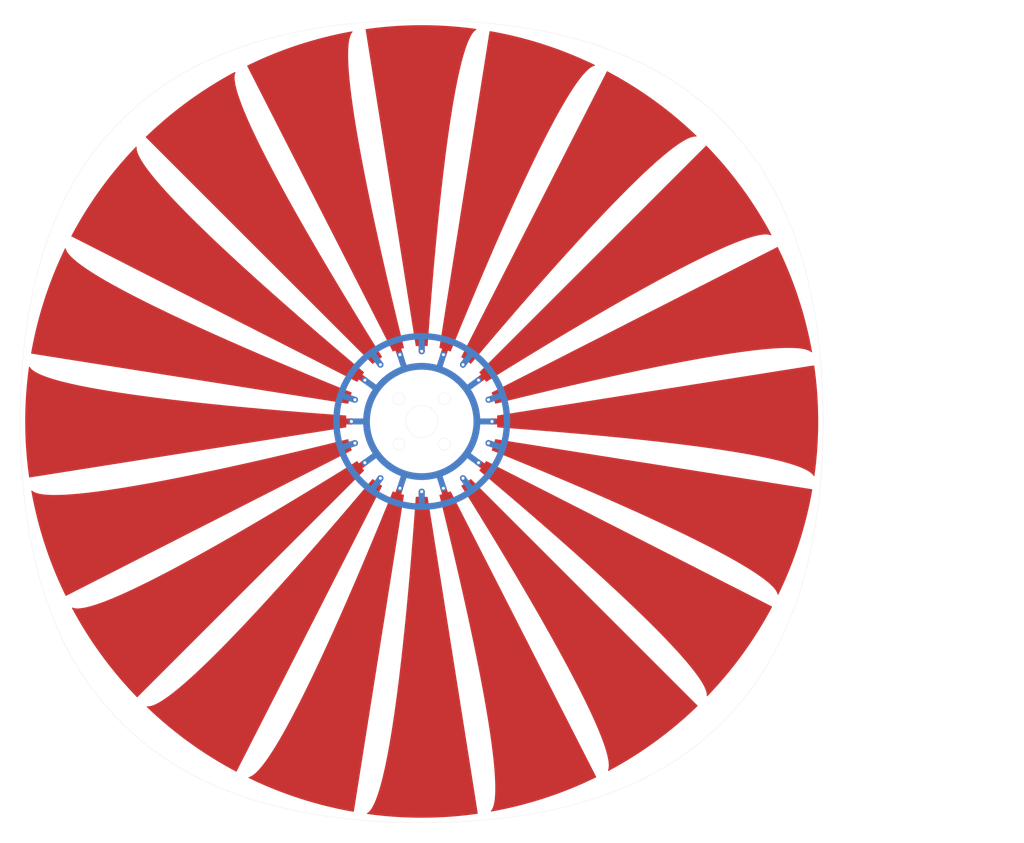
<source format=kicad_pcb>
(kicad_pcb (version 20241229) (generator "pcbnew") (generator_version "9.0")
  (title_block (title "FSS TENG ROTOR") (date "2025-12-08") (rev "V1.0") (company "WASEDA UNIVERSITY"))
  (layers (0 "F.Cu" signal) (2 "B.Cu" signal) (13 "F.Paste" user) (15 "B.Paste" user) (5 "F.SilkS" user "F.Silkscreen") (7 "B.SilkS" user "B.Silkscreen") (1 "F.Mask" user) (3 "B.Mask" user) (25 "Edge.Cuts" user))
  (net 0 "")
  (net 1 "A")
  (net 2 "B")
  (gr_curve (pts (xy 200 250) (xy 235 250) (xy 259.33324 240.833238) (xy 274.91662 224.916619)) (stroke (width 0.05)) (layer "Edge.Cuts"))
  (gr_curve (pts (xy 100 150) (xy 100 185) (xy 109.166762 209.33324) (xy 125.083381 224.91662)) (stroke (width 0.05)) (layer "Edge.Cuts"))
  (gr_curve (pts (xy 100 150) (xy 100 115) (xy 109.166762 90.66676) (xy 125.083381 75.08338)) (stroke (width 0.05)) (layer "Edge.Cuts"))
  (gr_circle (center 205.656854 155.656854) (end 207.156854 155.656854) (stroke (width 0.05)) (fill no) (layer "Edge.Cuts"))
  (gr_circle (center 194.343146 155.656854) (end 195.843146 155.656854) (stroke (width 0.05)) (fill no) (layer "Edge.Cuts"))
  (gr_curve (pts (xy 200 50) (xy 235 50) (xy 259.33324 59.166762) (xy 274.91662 75.083381)) (stroke (width 0.05)) (layer "Edge.Cuts"))
  (gr_circle (center 194.343146 144.343146) (end 195.843146 144.343146) (stroke (width 0.05)) (fill no) (layer "Edge.Cuts"))
  (gr_circle (center 205.656854 144.343146) (end 207.156854 144.343146) (stroke (width 0.05)) (fill no) (layer "Edge.Cuts"))
  (gr_curve (pts (xy 300 150) (xy 300 115) (xy 290.833238 90.66676) (xy 274.916619 75.08338)) (stroke (width 0.05)) (layer "Edge.Cuts"))
  (gr_circle (center 200 150) (end 204 150) (stroke (width 0.05)) (fill no) (layer "Edge.Cuts"))
  (gr_curve (pts (xy 200 250) (xy 165 250) (xy 140.66676 240.833238) (xy 125.08338 224.916619)) (stroke (width 0.05)) (layer "Edge.Cuts"))
  (gr_curve (pts (xy 300 150) (xy 300 185) (xy 290.833238 209.33324) (xy 274.916619 224.91662)) (stroke (width 0.05)) (layer "Edge.Cuts"))
  (gr_curve (pts (xy 200 50) (xy 165 50) (xy 140.66676 59.166762) (xy 125.08338 75.083381)) (stroke (width 0.05)) (layer "Edge.Cuts"))
  (segment (start 194.592202 166.643488) (end 194.128677 168.070074) (width 1.5) (layer "F.Cu") (net 1))
  (segment (start 185.842203 139.713759) (end 184.628679 138.832081) (width 1.5) (layer "F.Cu") (net 1))
  (segment (start 182.500001 150) (end 181 150) (width 1.5) (layer "F.Cu") (net 1))
  (segment (start 214.157796 139.713757) (end 215.371322 138.83208) (width 1.5) (layer "F.Cu") (net 1))
  (segment (start 194.592202 133.356512) (end 194.128677 131.929927) (width 1.5) (layer "F.Cu") (net 1))
  (segment (start 205.407797 133.356511) (end 205.871323 131.929928) (width 1.5) (layer "F.Cu") (net 1))
  (segment (start 214.157797 160.286242) (end 215.371323 161.16792) (width 1.5) (layer "F.Cu") (net 1))
  (segment (start 217.5 150) (end 219 150) (width 1.5) (layer "F.Cu") (net 1))
  (segment (start 185.842203 160.286241) (end 184.628678 161.167918) (width 1.5) (layer "F.Cu") (net 1))
  (segment (start 205.407797 166.643489) (end 205.871322 168.070073) (width 1.5) (layer "F.Cu") (net 1))
  (via (at 217.5 150) (size 1.5) (drill 0.75) (layers "F.Cu" "B.Cu") (net 1))
  (via (at 194.592202 133.356512) (size 1.5) (drill 0.75) (layers "F.Cu" "B.Cu") (net 1))
  (via (at 205.407797 166.643489) (size 1.5) (drill 0.75) (layers "F.Cu" "B.Cu") (net 1))
  (via (at 182.500001 150) (size 1.5) (drill 0.75) (layers "F.Cu" "B.Cu") (net 1))
  (via (at 214.157796 139.713757) (size 1.5) (drill 0.75) (layers "F.Cu" "B.Cu") (net 1))
  (via (at 205.407797 133.356511) (size 1.5) (drill 0.75) (layers "F.Cu" "B.Cu") (net 1))
  (via (at 214.157797 160.286242) (size 1.5) (drill 0.75) (layers "F.Cu" "B.Cu") (net 1))
  (via (at 185.842203 139.713759) (size 1.5) (drill 0.75) (layers "F.Cu" "B.Cu") (net 1))
  (via (at 185.842203 160.286241) (size 1.5) (drill 0.75) (layers "F.Cu" "B.Cu") (net 1))
  (via (at 194.592202 166.643488) (size 1.5) (drill 0.75) (layers "F.Cu" "B.Cu") (net 1))
  (segment (start 214.157792 139.71376) (end 211.326235 141.771006) (width 1.5) (layer "B.Cu") (net 1))
  (segment (start 194.592204 166.643486) (end 195.673763 163.314791) (width 1.5) (layer "B.Cu") (net 1))
  (segment (start 217.5 150) (end 214 150) (width 1.5) (layer "B.Cu") (net 1))
  (segment (start 182.500002 150) (end 186 149.999999) (width 1.5) (layer "B.Cu") (net 1))
  (segment (start 185.842203 139.71376) (end 188.673762 141.771006) (width 1.5) (layer "B.Cu") (net 1))
  (segment (start 185.842203 160.286242) (end 188.673762 158.228993) (width 1.5) (layer "B.Cu") (net 1))
  (segment (start 194.592203 133.356515) (end 195.673761 136.68521) (width 1.5) (layer "B.Cu") (net 1))
  (segment (start 205.407795 133.356513) (end 204.326238 136.68521) (width 1.5) (layer "B.Cu") (net 1))
  (segment (start 214.157796 160.286241) (end 211.326238 158.228994) (width 1.5) (layer "B.Cu") (net 1))
  (segment (start 205.407798 166.643488) (end 204.326238 163.314791) (width 1.5) (layer "B.Cu") (net 1))
  (segment (start 200 167.499999) (end 200 169) (width 1.5) (layer "F.Cu") (net 2))
  (segment (start 216.643488 144.592202) (end 218.070074 144.128677) (width 1.5) (layer "F.Cu") (net 2))
  (segment (start 183.356512 144.592203) (end 181.929926 144.128677) (width 1.5) (layer "F.Cu") (net 2))
  (segment (start 189.713758 135.842204) (end 188.832081 134.628677) (width 1.5) (layer "F.Cu") (net 2))
  (segment (start 189.713758 164.157797) (end 188.83208 165.371323) (width 1.5) (layer "F.Cu") (net 2))
  (segment (start 216.643489 155.407797) (end 218.070074 155.871323) (width 1.5) (layer "F.Cu") (net 2))
  (segment (start 199.999999 132.500001) (end 200 131) (width 1.5) (layer "F.Cu") (net 2))
  (segment (start 210.286242 164.157797) (end 211.16792 165.371323) (width 1.5) (layer "F.Cu") (net 2))
  (segment (start 183.356512 155.407797) (end 181.929926 155.871322) (width 1.5) (layer "F.Cu") (net 2))
  (segment (start 210.286241 135.842203) (end 211.16792 134.628677) (width 1.5) (layer "F.Cu") (net 2))
  (via (at 216.643488 144.592202) (size 1.5) (drill 0.75) (layers "F.Cu" "B.Cu") (net 2))
  (via (at 189.713758 135.842204) (size 1.5) (drill 0.75) (layers "F.Cu" "B.Cu") (net 2))
  (via (at 189.713758 164.157797) (size 1.5) (drill 0.75) (layers "F.Cu" "B.Cu") (net 2))
  (via (at 199.999999 132.500001) (size 1.5) (drill 0.75) (layers "F.Cu" "B.Cu") (net 2))
  (via (at 183.356512 155.407797) (size 1.5) (drill 0.75) (layers "F.Cu" "B.Cu") (net 2))
  (via (at 210.286242 164.157797) (size 1.5) (drill 0.75) (layers "F.Cu" "B.Cu") (net 2))
  (via (at 210.286241 135.842203) (size 1.5) (drill 0.75) (layers "F.Cu" "B.Cu") (net 2))
  (via (at 200 167.499999) (size 1.5) (drill 0.75) (layers "F.Cu" "B.Cu") (net 2))
  (via (at 183.356512 144.592203) (size 1.5) (drill 0.75) (layers "F.Cu" "B.Cu") (net 2))
  (via (at 216.643489 155.407797) (size 1.5) (drill 0.75) (layers "F.Cu" "B.Cu") (net 2))
  (segment (start 216.643487 155.407794) (end 219.972185 156.489355) (width 1.5) (layer "B.Cu") (net 2))
  (segment (start 210.28624 135.842203) (end 212.343489 133.010644) (width 1.5) (layer "B.Cu") (net 2))
  (segment (start 216.643488 144.592202) (end 219.972186 143.510643) (width 1.5) (layer "B.Cu") (net 2))
  (segment (start 210.286242 164.157796) (end 212.34349 166.989355) (width 1.5) (layer "B.Cu") (net 2))
  (segment (start 189.71376 164.157796) (end 187.656512 166.989355) (width 1.5) (layer "B.Cu") (net 2))
  (segment (start 200.000001 167.499997) (end 200.000001 170.999997) (width 1.5) (layer "B.Cu") (net 2))
  (segment (start 189.713759 135.842209) (end 187.656512 133.010648) (width 1.5) (layer "B.Cu") (net 2))
  (segment (start 199.999999 132.500001) (end 200 132.5) (width 1.5) (layer "B.Cu") (net 2))
  (segment (start 183.356514 144.592204) (end 180.027817 143.510645) (width 1.5) (layer "B.Cu") (net 2))
  (segment (start 183.356516 155.407798) (end 180.027817 156.489357) (width 1.5) (layer "B.Cu") (net 2))
  (segment (start 200 132.5) (end 200 129) (width 1.5) (layer "B.Cu") (net 2))
  (zone (net 2) (net_name "B") (layer "F.Cu") (name "A") (connect_pads (clearance 0.5)) (min_thickness 0.25) (fill yes (thermal_gap 0.5) (thermal_bridge_width 0.5) (island_removal_mode 1) (island_area_min 10))
    (polygon (pts (xy 218.302562 145.601151) (xy 218.259075 145.422146) (xy 218.165987 145.065675) (xy 218.065937 144.711096) (xy 217.958968 144.358542) (xy 217.84512 144.00815) (xy 217.724435 143.660052) (xy 217.596962 143.314385) (xy 217.462747 142.971276) (xy 217.392712 142.800896) (xy 288.673165 106.481532) (xy 288.865952 106.875456) (xy 289.24539 107.666277) (xy 289.61779 108.460435) (xy 289.983125 109.25787) (xy 290.341361 110.058517) (xy 290.692478 110.862314) (xy 291.036439 111.669197) (xy 291.373223 112.479102) (xy 291.702804 113.291966) (xy 292.025152 114.107725) (xy 292.340242 114.926314) (xy 292.648053 115.747669) (xy 292.948558 116.571724) (xy 293.241733 117.398416) (xy 293.527555 118.227678) (xy 293.806002 119.059445) (xy 294.077053 119.893653) (xy 294.340684 120.730234) (xy 294.596876 121.569124) (xy 294.84561 122.410256) (xy 295.086864 123.253563) (xy 295.320621 124.098978) (xy 295.546863 124.946436) (xy 295.765567 125.795871) (xy 295.976722 126.647215) (xy 296.180309 127.500398) (xy 296.376311 128.355356) (xy 296.564712 129.212021) (xy 296.745501 130.070326) (xy 296.91866 130.930201) (xy 297.084176 131.791581) (xy 297.242037 132.654397) (xy 297.317614 133.086404) (xy 297.308084 133.069757) (xy 297.246372 132.974486) (xy 297.174431 132.882733) (xy 297.088204 132.790403) (xy 296.990892 132.701893) (xy 296.876008 132.612425) (xy 296.74889 132.527181) (xy 296.600309 132.441106) (xy 296.438067 132.359757) (xy 296.249985 132.278134) (xy 296.046578 132.201828) (xy 295.81253 132.126161) (xy 295.561275 132.056479) (xy 295.274198 131.988643) (xy 294.967843 131.927529) (xy 294.620123 131.869713) (xy 294.250889 131.81942) (xy 293.834395 131.774082) (xy 293.394007 131.73713) (xy 292.90012 131.706971) (xy 292.379843 131.686109) (xy 291.799498 131.674047) (xy 291.190166 131.672242) (xy 290.513878 131.681389) (xy 289.805942 131.70179) (xy 289.023868 131.73544) (xy 288.207436 131.78137) (xy 287.309421 131.842977) (xy 286.374324 131.917912) (xy 285.349973 132.011063) (xy 284.285846 132.118606) (xy 283.124623 132.247008) (xy 281.920993 132.39087) (xy 280.612326 132.558318) (xy 279.258736 132.742277) (xy 277.792154 132.952613) (xy 276.278297 133.180488) (xy 274.643612 133.437558) (xy 272.959518 133.713154) (xy 271.147016 134.020764) (xy 269.283271 134.347822) (xy 267.28397 134.709652) (xy 265.231971 135.09177) (xy 263.037927 135.511308) (xy 260.790185 135.951859) (xy 258.394852 136.432291) (xy 255.945366 136.934321) (xy 253.343991 137.478418) (xy 250.688668 138.044527) (xy 247.878778 138.654504) (xy 245.015905 139.286701) (xy 241.997816 139.964066) (xy 238.928576 140.663609) (xy 235.705954 141.408979) (xy 232.434976 142.176213) (xy 229.015386 142.989136) (xy 225.551281 143.823305) (xy 221.946706 144.702086)))
  )
  (zone (net 2) (net_name "B") (layer "F.Cu") (name "A") (connect_pads (clearance 0.5)) (min_thickness 0.25) (fill yes (thermal_gap 0.5) (thermal_bridge_width 0.5) (island_removal_mode 1) (island_area_min 10))
    (polygon (pts (xy 217.392662 157.199233) (xy 217.462699 157.028854) (xy 217.596915 156.685747) (xy 217.724391 156.340079) (xy 217.845077 155.991982) (xy 217.958927 155.641591) (xy 218.065898 155.289037) (xy 218.165948 154.934458) (xy 218.25904 154.577989) (xy 218.302527 154.398983) (xy 297.317618 166.913601) (xy 297.242042 167.345609) (xy 297.084181 168.208425) (xy 296.918664 169.069804) (xy 296.745506 169.929681) (xy 296.564718 170.787984) (xy 296.376316 171.64465) (xy 296.180313 172.499608) (xy 295.976727 173.352792) (xy 295.765573 174.204134) (xy 295.546867 175.053569) (xy 295.320627 175.901027) (xy 295.08687 176.746443) (xy 294.845616 177.58975) (xy 294.596882 178.430882) (xy 294.340689 179.269771) (xy 294.077057 180.106352) (xy 293.806007 180.94056) (xy 293.527559 181.772328) (xy 293.241737 182.60159) (xy 292.948562 183.428282) (xy 292.648057 184.252337) (xy 292.340247 185.073691) (xy 292.025156 185.89228) (xy 291.702807 186.708039) (xy 291.373229 187.520903) (xy 291.036444 188.330809) (xy 290.692482 189.137691) (xy 290.341367 189.941488) (xy 289.983129 190.742135) (xy 289.617795 191.53957) (xy 289.245394 192.333729) (xy 288.865956 193.12455) (xy 288.673171 193.518474) (xy 288.675249 193.499405) (xy 288.68132 193.386056) (xy 288.67705 193.26954) (xy 288.66156 193.14416) (xy 288.634859 193.015356) (xy 288.594504 192.875448) (xy 288.541767 192.731766) (xy 288.472157 192.574796) (xy 288.388716 192.41362) (xy 288.284532 192.237034) (xy 288.164822 192.05574) (xy 288.01995 191.856956) (xy 287.857638 191.652896) (xy 287.665261 191.429277) (xy 287.453336 191.199764) (xy 287.206009 190.948604) (xy 286.936853 190.690887) (xy 286.626551 190.409398) (xy 286.29199 190.12065) (xy 285.910155 189.805951) (xy 285.501504 189.483263) (xy 285.039084 189.132385) (xy 284.547186 188.772769) (xy 283.994681 188.382658) (xy 283.409957 187.983048) (xy 282.757467 187.55058) (xy 282.069962 187.107852) (xy 281.30724 186.629851) (xy 280.506686 186.140839) (xy 279.623216 185.614101) (xy 278.699107 185.075628) (xy 277.684184 184.496958) (xy 276.625869 183.905869) (xy 275.468711 183.272121) (xy 274.265505 182.625327) (xy 272.955384 181.933457) (xy 271.596705 181.227989) (xy 270.123114 180.47512) (xy 268.598662 179.708198) (xy 266.951509 178.891696) (xy 265.251468 178.06081) (xy 263.421321 177.178378) (xy 261.536615 176.281381) (xy 259.515 175.331169) (xy 257.437588 174.366391) (xy 255.217332 173.347128) (xy 252.940571 172.313507) (xy 250.516201 171.224642) (xy 248.035249 170.121873) (xy 245.403463 168.963744) (xy 242.715754 167.792446) (xy 239.875923 166.566457) (xy 236.981674 165.328346) (xy 233.936401 164.037153) (xy 230.839154 162.735225) (xy 227.594823 161.382909) (xy 224.301992 160.021614) (xy 220.869294 158.613848)))
  )
  (zone (net 2) (net_name "B") (layer "F.Cu") (name "A") (connect_pads (clearance 0.5)) (min_thickness 0.25) (fill yes (thermal_gap 0.5) (thermal_bridge_width 0.5) (island_removal_mode 1) (island_area_min 10))
    (polygon (pts (xy 187.778494 164.316719) (xy 187.918892 164.435977) (xy 188.203731 164.669651) (xy 188.493088 164.897704) (xy 188.786854 165.120052) (xy 189.084914 165.336606) (xy 189.387157 165.547287) (xy 189.693464 165.752011) (xy 190.00372 165.950702) (xy 190.160527 166.047376) (xy 153.841413 237.327961) (xy 153.453903 237.122587) (xy 152.682098 236.705827) (xy 151.914026 236.282231) (xy 151.149743 235.851831) (xy 150.389315 235.414661) (xy 149.632796 234.970756) (xy 148.880251 234.52015) (xy 148.131737 234.062879) (xy 147.387313 233.598981) (xy 146.647036 233.128489) (xy 145.910967 232.651443) (xy 145.179163 232.167879) (xy 144.451682 231.677837) (xy 143.728581 231.181353) (xy 143.009918 230.678468) (xy 142.29575 230.169221) (xy 141.58613 229.653653) (xy 140.881117 229.131803) (xy 140.180766 228.603713) (xy 139.485131 228.069425) (xy 138.794269 227.528981) (xy 138.108234 226.982424) (xy 137.427077 226.429797) (xy 136.750856 225.871141) (xy 136.079621 225.306505) (xy 135.413427 224.735929) (xy 134.752326 224.159461) (xy 134.096371 223.577144) (xy 133.445612 222.989026) (xy 132.800101 222.395152) (xy 132.159889 221.795569) (xy 131.525026 221.190325) (xy 131.209956 220.885246) (xy 131.22745 220.893114) (xy 131.333375 220.933916) (xy 131.445508 220.96586) (xy 131.569538 220.989873) (xy 131.700289 221.004281) (xy 131.84582 221.009135) (xy 131.998766 221.00338) (xy 132.169564 220.985683) (xy 132.348636 220.956132) (xy 132.548774 220.911615) (xy 132.758187 220.853787) (xy 132.99201 220.777434) (xy 133.236239 220.686124) (xy 133.508362 220.572265) (xy 133.79213 220.441635) (xy 134.107425 220.284026) (xy 134.435703 220.107682) (xy 134.799303 219.899553) (xy 135.177304 219.670594) (xy 135.594594 219.404694) (xy 136.027769 219.115761) (xy 136.504369 218.7844) (xy 136.998389 218.427704) (xy 137.540141 218.022792) (xy 138.100882 217.590173) (xy 138.713814 217.103258) (xy 139.347324 216.586213) (xy 140.037623 216.008532) (xy 140.750086 215.398272) (xy 141.524051 214.720813) (xy 142.321735 214.008331) (xy 143.185711 213.221901) (xy 144.074908 212.398039) (xy 145.035219 211.493356) (xy 146.022168 210.548909) (xy 147.085025 209.516709) (xy 148.17582 208.442531) (xy 149.347206 207.273713) (xy 150.547674 206.060865) (xy 151.833211 204.746642) (xy 153.148772 203.386565) (xy 154.553562 201.918679) (xy 155.989062 200.403404) (xy 157.517482 198.774365) (xy 159.076995 197.096761) (xy 160.732469 195.300143) (xy 162.419059 193.454221) (xy 164.203803 191.484986) (xy 166.019255 189.466234) (xy 167.933968 187.321139) (xy 169.878485 185.126927) (xy 171.922025 182.804939) (xy 173.993911 180.434942) (xy 176.16295 177.937715) (xy 178.358259 175.394377) (xy 180.64694 172.726724) (xy 182.959149 170.015718) (xy 185.358776 167.186052)))
  )
  (zone (net 1) (net_name "A") (layer "F.Cu") (name "A") (connect_pads (clearance 0.5)) (min_thickness 0.25) (fill yes (thermal_gap 0.5) (thermal_bridge_width 0.5) (island_removal_mode 1) (island_area_min 10))
    (polygon (pts (arc (start 218.76609 151.47225) (mid 218.823752 150.00007) (end 218.766098 148.52789)) (arc (start 297.781146 136.012994) (mid 298.77646 150) (end 297.781146 163.987012)) (xy 297.77723 163.968235) (xy 297.747977 163.858557) (xy 297.707911 163.749063) (xy 297.654434 163.634607) (xy 297.589238 163.520358) (xy 297.507624 163.399768) (xy 297.413068 163.279415) (xy 297.298358 163.151638) (xy 297.169195 163.024135) (xy 297.015542 162.888387) (xy 296.845668 162.752958) (xy 296.646459 162.608671) (xy 296.429033 162.464756) (xy 296.17697 162.311529) (xy 295.904494 162.158738) (xy 295.591659 161.996299) (xy 295.256038 161.834369) (xy 294.873938 161.662546) (xy 294.466523 161.491315) (xy 294.006129 161.310012) (xy 293.517763 161.129398) (xy 292.969548 160.938589) (xy 292.390598 160.748578) (xy 291.744584 160.548294) (xy 291.064992 160.348932) (xy 290.310797 160.139261) (xy 289.52013 159.930652) (xy 288.647028 159.71174) (xy 287.734543 159.494047) (xy 286.731542 159.266097) (xy 285.686265 159.039544) (xy 284.542197 158.802825) (xy 283.353023 158.567703) (xy 282.056662 158.322554) (xy 280.712474 158.079228) (xy 279.252676 157.82607) (xy 277.742494 157.574985) (xy 276.108376 157.314328) (xy 274.421544 157.056024) (xy 272.602695 156.788483) (xy 270.729102 156.523605) (xy 268.715843 156.249908) (xy 266.646193 155.97922) (xy 264.429892 155.700228) (xy 262.156023 155.424625) (xy 259.729464 155.141345) (xy 257.244729 154.861871) (xy 254.602538 154.57547) (xy 251.902239 154.293331) (xy 249.041379 154.005152) (xy 246.123265 153.721729) (xy 243.043574 153.4333) (xy 239.908382 153.150159) (xy 236.613154 152.863201) (xy 233.265179 152.582096) (xy 229.761749 152.298521) (xy 226.209417 152.021393) (xy 222.509704 151.74329)))
  )
  (zone (net 1) (net_name "A") (layer "F.Cu") (name "A") (connect_pads (clearance 0.5)) (min_thickness 0.25) (fill yes (thermal_gap 0.5) (thermal_bridge_width 0.5) (island_removal_mode 1) (island_area_min 10))
    (polygon (pts (xy 181.233911 148.52775) (xy 181.219952 148.711433) (xy 181.198331 149.079223) (xy 181.183911 149.447364) (xy 181.1767 149.815718) (xy 181.176699 150.184142) (xy 181.183908 150.552496) (xy 181.198326 150.920639) (xy 181.219945 151.288427) (xy 181.233902 151.47211) (xy 102.218858 163.987005) (xy 102.157237 163.552786) (xy 102.040747 162.683419) (xy 101.931982 161.813051) (xy 101.830949 160.941752) (xy 101.737658 160.06959) (xy 101.652115 159.196633) (xy 101.574329 158.322952) (xy 101.504301 157.448614) (xy 101.442043 156.573689) (xy 101.387554 155.698244) (xy 101.340842 154.822352) (xy 101.30191 153.946079) (xy 101.27076 153.069495) (xy 101.247396 152.192668) (xy 101.231819 151.31567) (xy 101.224031 150.438567) (xy 101.224031 149.561429) (xy 101.231819 148.684325) (xy 101.247397 147.807326) (xy 101.27076 146.9305) (xy 101.30191 146.053916) (xy 101.340842 145.177643) (xy 101.387554 144.301749) (xy 101.442042 143.426305) (xy 101.504301 142.55138) (xy 101.574328 141.677042) (xy 101.652116 140.803362) (xy 101.737658 139.930405) (xy 101.830949 139.058243) (xy 101.931982 138.186943) (xy 102.040747 137.316575) (xy 102.157237 136.447207) (xy 102.218858 136.012988) (xy 102.222774 136.031766) (xy 102.252028 136.141444) (xy 102.292093 136.250938) (xy 102.34557 136.365394) (xy 102.410766 136.479643) (xy 102.492381 136.600233) (xy 102.586937 136.720586) (xy 102.701646 136.848363) (xy 102.830809 136.975866) (xy 102.984462 137.111613) (xy 103.154336 137.247043) (xy 103.353546 137.39133) (xy 103.570971 137.535245) (xy 103.823034 137.688472) (xy 104.095511 137.841262) (xy 104.408345 138.003702) (xy 104.743966 138.165632) (xy 105.126067 138.337455) (xy 105.533481 138.508686) (xy 105.993876 138.689988) (xy 106.482241 138.870603) (xy 107.030456 139.061411) (xy 107.609406 139.251423) (xy 108.25542 139.451706) (xy 108.935013 139.651069) (xy 109.689207 139.86074) (xy 110.479874 140.069349) (xy 111.352978 140.288261) (xy 112.265461 140.505954) (xy 113.268462 140.733904) (xy 114.313739 140.960457) (xy 115.457807 141.197175) (xy 116.646982 141.432298) (xy 117.943343 141.677447) (xy 119.28753 141.920772) (xy 120.747329 142.17393) (xy 122.257511 142.425015) (xy 123.891629 142.685672) (xy 125.578461 142.943977) (xy 127.397309 143.211517) (xy 129.270902 143.476396) (xy 131.284161 143.750093) (xy 133.353812 144.020781) (xy 135.570113 144.299772) (xy 137.84398 144.575375) (xy 140.270539 144.858655) (xy 142.755274 145.138129) (xy 145.397465 145.42453) (xy 148.097764 145.706669) (xy 150.958622 145.994848) (xy 153.876736 146.27827) (xy 156.956427 146.566699) (xy 160.091618 146.849841) (xy 163.386847 147.136799) (xy 166.734822 147.417904) (xy 170.238251 147.701479) (xy 173.790583 147.978607) (xy 177.490296 148.25671)))
  )
  (zone (net 1) (net_name "A") (layer "F.Cu") (name "A") (connect_pads (clearance 0.5)) (min_thickness 0.25) (fill yes (thermal_gap 0.5) (thermal_bridge_width 0.5) (island_removal_mode 1) (island_area_min 10))
    (polygon (pts (xy 214.316719 162.221506) (xy 214.435978 162.081108) (xy 214.669651 161.796269) (xy 214.897705 161.506912) (xy 215.120052 161.213146) (xy 215.336607 160.915085) (xy 215.547288 160.612843) (xy 215.752012 160.306535) (xy 215.950703 159.996281) (xy 216.047377 159.839474) (xy 287.327964 196.158589) (xy 287.122589 196.546099) (xy 286.70583 197.317903) (xy 286.282233 198.085976) (xy 285.851833 198.850258) (xy 285.414663 199.610687) (xy 284.970758 200.367205) (xy 284.520152 201.11975) (xy 284.062882 201.868265) (xy 283.598982 202.612689) (xy 283.128491 203.352966) (xy 282.651445 204.089035) (xy 282.167881 204.820838) (xy 281.677839 205.548319) (xy 281.181355 206.27142) (xy 280.67847 206.990083) (xy 280.169223 207.704252) (xy 279.653654 208.413872) (xy 279.131805 209.118885) (xy 278.603715 209.819236) (xy 278.069428 210.514871) (xy 277.528984 211.205733) (xy 276.982427 211.891769) (xy 276.429799 212.572925) (xy 275.871144 213.249147) (xy 275.306507 213.920381) (xy 274.735931 214.586574) (xy 274.159464 215.247675) (xy 273.577147 215.903631) (xy 272.989029 216.55439) (xy 272.395154 217.199901) (xy 271.795572 217.840113) (xy 271.190328 218.474975) (xy 270.885248 218.790045) (xy 270.893117 218.772552) (xy 270.933918 218.666626) (xy 270.965863 218.554494) (xy 270.989875 218.430464) (xy 271.004284 218.299713) (xy 271.009138 218.154182) (xy 271.003382 218.001236) (xy 270.985685 217.830438) (xy 270.956134 217.651365) (xy 270.911617 217.451228) (xy 270.853789 217.241814) (xy 270.777436 217.007991) (xy 270.686126 216.763762) (xy 270.572267 216.49164) (xy 270.441637 216.207872) (xy 270.284028 215.892576) (xy 270.107685 215.564299) (xy 269.899554 215.200698) (xy 269.670596 214.822697) (xy 269.404696 214.405407) (xy 269.115762 213.972233) (xy 268.784402 213.495633) (xy 268.427707 213.001612) (xy 268.022795 212.459862) (xy 267.590175 211.89912) (xy 267.10326 211.286188) (xy 266.586215 210.652677) (xy 266.008533 209.962377) (xy 265.398274 209.249915) (xy 264.720815 208.47595) (xy 264.008333 207.678267) (xy 263.221902 206.814291) (xy 262.398041 205.925094) (xy 261.493358 204.964782) (xy 260.548911 203.977834) (xy 259.516712 202.914977) (xy 258.442533 201.824182) (xy 257.273714 200.652796) (xy 256.060866 199.452328) (xy 254.746643 198.166791) (xy 253.386566 196.851229) (xy 251.91868 195.44644) (xy 250.403404 194.010939) (xy 248.774366 192.482521) (xy 247.096763 190.923007) (xy 245.300143 189.267534) (xy 243.454221 187.580944) (xy 241.484986 185.7962) (xy 239.466236 183.980748) (xy 237.321139 182.066035) (xy 235.126927 180.121517) (xy 232.804939 178.077976) (xy 230.434942 176.006091) (xy 227.937716 173.83705) (xy 225.394377 171.641741) (xy 222.726724 169.35306) (xy 220.015719 167.04085) (xy 217.186053 164.641223)))
  )
  (zone (net 1) (net_name "A") (layer "F.Cu") (name "A") (connect_pads (clearance 0.5)) (min_thickness 0.25) (fill yes (thermal_gap 0.5) (thermal_bridge_width 0.5) (island_removal_mode 1) (island_area_min 10))
    (polygon (pts (xy 183.952548 159.839354) (xy 184.049221 159.996162) (xy 184.247911 160.306418) (xy 184.452633 160.612727) (xy 184.663312 160.914971) (xy 184.879865 161.213032) (xy 185.10221 161.5068) (xy 185.330264 161.796157) (xy 185.563935 162.080998) (xy 185.683193 162.221397) (xy 129.11475 218.79004) (xy 128.80967 218.47497) (xy 128.204426 217.840108) (xy 127.604844 217.199895) (xy 127.010969 216.554384) (xy 126.422851 215.903626) (xy 125.840534 215.247669) (xy 125.264067 214.586569) (xy 124.693491 213.920376) (xy 124.128854 213.249142) (xy 123.570199 212.57292) (xy 123.017571 211.891764) (xy 122.471014 211.205728) (xy 121.93057 210.514866) (xy 121.396283 209.819231) (xy 120.868194 209.11888) (xy 120.346343 208.413867) (xy 119.830775 207.704247) (xy 119.321528 206.990078) (xy 118.818643 206.271415) (xy 118.322159 205.548314) (xy 117.832117 204.820833) (xy 117.348553 204.089029) (xy 116.871507 203.352961) (xy 116.401015 202.612684) (xy 115.937116 201.86826) (xy 115.479846 201.119745) (xy 115.02924 200.3672) (xy 114.585335 199.610683) (xy 114.148165 198.850253) (xy 113.717764 198.085971) (xy 113.294169 197.317898) (xy 112.877409 196.546093) (xy 112.672034 196.158584) (xy 112.686239 196.171472) (xy 112.774372 196.24301) (xy 112.871146 196.308042) (xy 112.981684 196.369206) (xy 113.101583 196.423314) (xy 113.238491 196.472902) (xy 113.38573 196.514691) (xy 113.553638 196.55064) (xy 113.733078 196.577872) (xy 113.937176 196.597379) (xy 114.154211 196.607094) (xy 114.400184 196.606733) (xy 114.660676 196.595362) (xy 114.954664 196.571167) (xy 115.26491 196.53462) (xy 115.613478 196.482156) (xy 115.980182 196.415887) (xy 116.390302 196.330302) (xy 116.820555 196.229359) (xy 117.299588 196.105423) (xy 117.800846 195.964488) (xy 118.356517 195.796624) (xy 118.936583 195.610047) (xy 119.576943 195.392363) (xy 120.243927 195.154195) (xy 120.977325 194.880518) (xy 121.739605 194.584545) (xy 122.574633 194.248452) (xy 123.440806 193.888224) (xy 124.386236 193.48309) (xy 125.365047 193.051976) (xy 126.429758 192.57102) (xy 127.530021 192.062258) (xy 128.722894 191.498606) (xy 129.953388 190.905368) (xy 131.283192 190.252129) (xy 132.652539 189.567599) (xy 134.127779 188.817964) (xy 135.644282 188.035441) (xy 137.273018 187.182794) (xy 138.944478 186.295814) (xy 140.734114 185.333876) (xy 142.567603 184.336358) (xy 144.524615 183.259357) (xy 146.526209 182.145779) (xy 148.655845 180.948661) (xy 150.830306 179.714271) (xy 153.136226 178.392932) (xy 155.486651 177.033992) (xy 157.970522 175.585562) (xy 160.497918 174.099632) (xy 163.158975 172.522779) (xy 165.861824 170.909026) (xy 168.696389 169.204292) (xy 171.570188 167.463821) (xy 174.571203 165.633973) (xy 177.607992 163.770166) (xy 180.764588 161.820519)))
  )
  (zone (net 1) (net_name "A") (layer "F.Cu") (name "A") (connect_pads (clearance 0.5)) (min_thickness 0.25) (fill yes (thermal_gap 0.5) (thermal_bridge_width 0.5) (island_removal_mode 1) (island_area_min 10))
    (polygon (pts (xy 185.683282 137.778494) (xy 185.564023 137.918892) (xy 185.33035 138.203732) (xy 185.102296 138.493089) (xy 184.879948 138.786855) (xy 184.663394 139.084915) (xy 184.452712 139.387157) (xy 184.24799 139.693465) (xy 184.049298 140.00372) (xy 183.952624 140.160527) (xy 112.672038 103.841414) (xy 112.877412 103.453904) (xy 113.294171 102.682099) (xy 113.717769 101.914026) (xy 114.148169 101.149744) (xy 114.585338 100.389315) (xy 115.029244 99.632797) (xy 115.47985 98.880253) (xy 115.937119 98.131738) (xy 116.401018 97.387313) (xy 116.87151 96.647037) (xy 117.348556 95.910968) (xy 117.83212 95.179164) (xy 118.322162 94.451683) (xy 118.818647 93.728583) (xy 119.321532 93.00992) (xy 119.830778 92.295749) (xy 120.346347 91.58613) (xy 120.868197 90.881117) (xy 121.396286 90.180766) (xy 121.930574 89.485131) (xy 122.471018 88.79427) (xy 123.017575 88.108233) (xy 123.570202 87.427078) (xy 124.128857 86.750855) (xy 124.693494 86.079622) (xy 125.26407 85.413428) (xy 125.840538 84.752327) (xy 126.422854 84.096372) (xy 127.010973 83.445613) (xy 127.604847 82.800101) (xy 128.20443 82.15989) (xy 128.809674 81.525027) (xy 129.114753 81.209957) (xy 129.106885 81.22745) (xy 129.066083 81.333375) (xy 129.034139 81.445509) (xy 129.010127 81.569538) (xy 128.995718 81.700289) (xy 128.990864 81.845819) (xy 128.996619 81.998765) (xy 129.014316 82.169564) (xy 129.043867 82.348637) (xy 129.088384 82.548774) (xy 129.146212 82.758188) (xy 129.222566 82.992011) (xy 129.313876 83.23624) (xy 129.427735 83.508362) (xy 129.558364 83.79213) (xy 129.715974 84.107426) (xy 129.892317 84.435704) (xy 130.100447 84.799304) (xy 130.329405 85.177306) (xy 130.595305 85.594595) (xy 130.884239 86.027768) (xy 131.215599 86.50437) (xy 131.572295 86.99839) (xy 131.977207 87.540141) (xy 132.409827 88.100882) (xy 132.896742 88.713814) (xy 133.413786 89.347325) (xy 133.991468 90.037625) (xy 134.601727 90.750088) (xy 135.279186 91.524052) (xy 135.991669 92.321735) (xy 136.778099 93.185712) (xy 137.601961 94.074908) (xy 138.506644 95.03522) (xy 139.45109 96.022168) (xy 140.483289 97.085025) (xy 141.557468 98.17582) (xy 142.726287 99.347207) (xy 143.939136 100.547674) (xy 145.253359 101.833212) (xy 146.613436 103.148773) (xy 148.081322 104.553562) (xy 149.596597 105.989064) (xy 151.225636 107.517481) (xy 152.903238 109.076995) (xy 154.699858 110.732469) (xy 156.545778 112.419057) (xy 158.515015 114.203801) (xy 160.533765 116.019253) (xy 162.678862 117.933965) (xy 164.873074 119.878484) (xy 167.195062 121.922025) (xy 169.565059 123.99391) (xy 172.062286 126.16295) (xy 174.605624 128.35826) (xy 177.273277 130.646941) (xy 179.984282 132.959151) (xy 182.813949 135.358778)))
  )
  (zone (net 2) (net_name "B") (layer "F.Cu") (name "A") (connect_pads (clearance 0.5)) (min_thickness 0.25) (fill yes (thermal_gap 0.5) (thermal_bridge_width 0.5) (island_removal_mode 1) (island_area_min 10))
    (polygon (pts (xy 198.52775 168.766089) (xy 198.711433 168.780049) (xy 199.079222 168.80167) (xy 199.447364 168.816089) (xy 199.815718 168.823301) (xy 200.184141 168.823302) (xy 200.552496 168.816092) (xy 200.920638 168.801674) (xy 201.288427 168.780055) (xy 201.47211 168.766098) (xy 213.987007 247.781143) (xy 213.552789 247.842764) (xy 212.68342 247.959254) (xy 211.813052 248.068019) (xy 210.941752 248.169053) (xy 210.069591 248.262343) (xy 209.196634 248.347887) (xy 208.322952 248.425673) (xy 207.448614 248.4957) (xy 206.57369 248.55796) (xy 205.698245 248.612448) (xy 204.822353 248.659159) (xy 203.946079 248.698091) (xy 203.069495 248.729241) (xy 202.192668 248.752605) (xy 201.315669 248.768182) (xy 200.438567 248.775971) (xy 199.561429 248.775972) (xy 198.684325 248.768182) (xy 197.807326 248.752605) (xy 196.930499 248.729241) (xy 196.053915 248.698091) (xy 195.177643 248.659159) (xy 194.30175 248.612447) (xy 193.426306 248.557959) (xy 192.551381 248.4957) (xy 191.677042 248.425673) (xy 190.803362 248.347886) (xy 189.930405 248.262343) (xy 189.058243 248.169052) (xy 188.186943 248.06802) (xy 187.316574 247.959254) (xy 186.447206 247.842764) (xy 186.012988 247.781144) (xy 186.031766 247.777227) (xy 186.141443 247.747974) (xy 186.250937 247.707908) (xy 186.365394 247.654432) (xy 186.479643 247.589235) (xy 186.600233 247.507621) (xy 186.720586 247.413065) (xy 186.848362 247.298355) (xy 186.975865 247.169192) (xy 187.111614 247.015539) (xy 187.247042 246.845665) (xy 187.391329 246.646456) (xy 187.535245 246.42903) (xy 187.688471 246.176967) (xy 187.841263 245.904491) (xy 188.003702 245.591656) (xy 188.165631 245.256035) (xy 188.337455 244.873935) (xy 188.508685 244.466521) (xy 188.689988 244.006127) (xy 188.870603 243.51776) (xy 189.061412 242.969546) (xy 189.251422 242.390595) (xy 189.451706 241.744581) (xy 189.651068 241.064989) (xy 189.860739 240.310794) (xy 190.069348 239.520128) (xy 190.28826 238.647025) (xy 190.505953 237.73454) (xy 190.733904 236.731539) (xy 190.960457 235.686262) (xy 191.197176 234.542194) (xy 191.432298 233.35302) (xy 191.677446 232.056659) (xy 191.920773 230.712471) (xy 192.173931 229.252673) (xy 192.425016 227.742491) (xy 192.685672 226.108373) (xy 192.943977 224.421541) (xy 193.211518 222.602693) (xy 193.476396 220.7291) (xy 193.750092 218.71584) (xy 194.020781 216.646191) (xy 194.299773 214.429889) (xy 194.575375 212.15602) (xy 194.858655 209.729461) (xy 195.138129 207.244727) (xy 195.42453 204.602537) (xy 195.706669 201.902237) (xy 195.994849 199.041378) (xy 196.278272 196.123264) (xy 196.566701 193.043573) (xy 196.849842 189.908381) (xy 197.136798 186.613154) (xy 197.417904 183.265179) (xy 197.701479 179.761748) (xy 197.978607 176.209416) (xy 198.25671 172.509703)))
  )
  (zone (net 1) (net_name "A") (layer "F.Cu") (name "A") (connect_pads (clearance 0.5)) (min_thickness 0.25) (fill yes (thermal_gap 0.5) (thermal_bridge_width 0.5) (island_removal_mode 1) (island_area_min 10))
    (polygon (pts (xy 192.800766 167.392661) (xy 192.971146 167.462698) (xy 193.314253 167.596914) (xy 193.65992 167.72439) (xy 194.008017 167.845076) (xy 194.358409 167.958926) (xy 194.710962 168.065898) (xy 195.065542 168.165948) (xy 195.42201 168.25904) (xy 195.601016 168.302527) (xy 183.086398 247.317616) (xy 182.654389 247.24204) (xy 181.791575 247.084179) (xy 180.930195 246.918662) (xy 180.07032 246.745504) (xy 179.212016 246.564716) (xy 178.35535 246.376314) (xy 177.500393 246.180311) (xy 176.647208 245.976726) (xy 175.795866 245.76557) (xy 174.946431 245.546865) (xy 174.098973 245.320625) (xy 173.253557 245.086868) (xy 172.41025 244.845614) (xy 171.569118 244.59688) (xy 170.730229 244.340687) (xy 169.893648 244.077055) (xy 169.05944 243.806004) (xy 168.227672 243.527557) (xy 167.39841 243.241734) (xy 166.571718 242.94856) (xy 165.747663 242.648056) (xy 164.926309 242.340246) (xy 164.107719 242.025154) (xy 163.29196 241.702806) (xy 162.479096 241.373227) (xy 161.669191 241.036442) (xy 160.862309 240.69248) (xy 160.058512 240.341366) (xy 159.257865 239.983128) (xy 158.46043 239.617793) (xy 157.666271 239.245393) (xy 156.875451 238.865955) (xy 156.481526 238.673169) (xy 156.500595 238.675247) (xy 156.613945 238.681318) (xy 156.73046 238.677049) (xy 156.85584 238.661558) (xy 156.984644 238.634858) (xy 157.124552 238.594502) (xy 157.268234 238.541765) (xy 157.425204 238.472155) (xy 157.58638 238.388714) (xy 157.762965 238.28453) (xy 157.94426 238.16482) (xy 158.143045 238.019948) (xy 158.347104 237.857636) (xy 158.570723 237.66526) (xy 158.800235 237.453334) (xy 159.051396 237.206007) (xy 159.309113 236.936852) (xy 159.590602 236.626549) (xy 159.87935 236.291988) (xy 160.194049 235.910152) (xy 160.516737 235.501502) (xy 160.867614 235.039082) (xy 161.227231 234.547184) (xy 161.617341 233.99468) (xy 162.016952 233.409955) (xy 162.44942 232.757465) (xy 162.892149 232.06996) (xy 163.37015 231.307237) (xy 163.859161 230.506684) (xy 164.385899 229.623214) (xy 164.924372 228.699105) (xy 165.503041 227.684182) (xy 166.094131 226.625866) (xy 166.727879 225.468709) (xy 167.374672 224.265503) (xy 168.066542 222.955382) (xy 168.77201 221.596703) (xy 169.52488 220.123112) (xy 170.291802 218.59866) (xy 171.108303 216.951507) (xy 171.93919 215.251466) (xy 172.821622 213.42132) (xy 173.718619 211.536612) (xy 174.66883 209.514998) (xy 175.633608 207.437588) (xy 176.652871 205.217331) (xy 177.686492 202.94057) (xy 178.775357 200.5162) (xy 179.878126 198.035249) (xy 181.036254 195.403462) (xy 182.207552 192.715753) (xy 183.433541 189.875922) (xy 184.671652 186.981674) (xy 185.962847 183.9364) (xy 187.264775 180.839153) (xy 188.61709 177.594823) (xy 189.978385 174.301992) (xy 191.386151 170.869294)))
  )
  (zone (net 1) (net_name "A") (layer "F.Cu") (name "A") (connect_pads (clearance 0.5)) (min_thickness 0.25) (fill yes (thermal_gap 0.5) (thermal_bridge_width 0.5) (island_removal_mode 1) (island_area_min 10))
    (polygon (pts (xy 204.398847 168.302562) (xy 204.577854 168.259077) (xy 204.934323 168.165986) (xy 205.288903 168.065938) (xy 205.641457 167.958969) (xy 205.991849 167.845121) (xy 206.339947 167.724437) (xy 206.685615 167.596962) (xy 207.028723 167.462748) (xy 207.199103 167.392712) (xy 243.518469 238.673172) (xy 243.124545 238.865958) (xy 242.333724 239.245396) (xy 241.539565 239.617796) (xy 240.74213 239.983131) (xy 239.941484 240.341369) (xy 239.137686 240.692483) (xy 238.330804 241.036445) (xy 237.520899 241.37323) (xy 236.708035 241.702809) (xy 235.892276 242.025157) (xy 235.073687 242.340249) (xy 234.252332 242.648059) (xy 233.428277 242.948563) (xy 232.601585 243.241738) (xy 231.772323 243.52756) (xy 230.940555 243.806008) (xy 230.106347 244.077058) (xy 229.269766 244.34069) (xy 228.430877 244.596883) (xy 227.589745 244.845617) (xy 226.746438 245.086871) (xy 225.901022 245.320628) (xy 225.053564 245.546868) (xy 224.204129 245.765574) (xy 223.352787 245.976729) (xy 222.499603 246.180315) (xy 221.644645 246.376317) (xy 220.78798 246.564719) (xy 219.929676 246.745507) (xy 219.069799 246.918666) (xy 218.20842 247.084182) (xy 217.345604 247.242043) (xy 216.913597 247.317619) (xy 216.930244 247.308092) (xy 217.025515 247.246379) (xy 217.117269 247.174438) (xy 217.209597 247.08821) (xy 217.298108 246.9909) (xy 217.387576 246.876016) (xy 217.472819 246.748897) (xy 217.558895 246.600316) (xy 217.640244 246.438074) (xy 217.721866 246.249993) (xy 217.798173 246.046583) (xy 217.873839 245.812537) (xy 217.943522 245.56128) (xy 218.011358 245.274204) (xy 218.072471 244.967849) (xy 218.130288 244.620129) (xy 218.18058 244.250895) (xy 218.225918 243.8344) (xy 218.262871 243.394012) (xy 218.29303 242.900126) (xy 218.313891 242.37985) (xy 218.325954 241.799503) (xy 218.327759 241.190172) (xy 218.318611 240.513885) (xy 218.29821 239.805948) (xy 218.26456 239.023874) (xy 218.21863 238.207442) (xy 218.157024 237.309425) (xy 218.082089 236.374329) (xy 217.988938 235.349978) (xy 217.881394 234.285852) (xy 217.752991 233.124628) (xy 217.60913 231.921) (xy 217.441683 230.612332) (xy 217.257723 229.258742) (xy 217.047388 227.792161) (xy 216.819513 226.278303) (xy 216.562442 224.643617) (xy 216.286844 222.959524) (xy 215.979235 221.147021) (xy 215.652177 219.283277) (xy 215.290347 217.283977) (xy 214.90823 215.231975) (xy 214.488692 213.037934) (xy 214.048142 210.790191) (xy 213.567709 208.394857) (xy 213.06568 205.945373) (xy 212.521581 203.343997) (xy 211.955473 200.688674) (xy 211.345493 197.878783) (xy 210.713298 195.015909) (xy 210.035933 191.997819) (xy 209.336389 188.928579) (xy 208.59102 185.705956) (xy 207.823786 182.434976) (xy 207.010862 179.015387) (xy 206.176696 175.551281) (xy 205.297913 171.946706)))
  )
  (zone (net 1) (net_name "A") (layer "F.Cu") (name "A") (connect_pads (clearance 0.5)) (min_thickness 0.25) (fill yes (thermal_gap 0.5) (thermal_bridge_width 0.5) (island_removal_mode 1) (island_area_min 10))
    (polygon (pts (xy 207.199234 132.607339) (xy 207.028854 132.537302) (xy 206.685747 132.403086) (xy 206.340079 132.27561) (xy 205.991982 132.154923) (xy 205.641591 132.041074) (xy 205.289037 131.934101) (xy 204.934459 131.834053) (xy 204.577989 131.74096) (xy 204.398983 131.697474) (xy 216.9136 52.682386) (xy 217.345608 52.757961) (xy 218.208424 52.915821) (xy 219.069803 53.081339) (xy 219.92968 53.254498) (xy 220.787983 53.435285) (xy 221.644649 53.623688) (xy 222.499606 53.819691) (xy 223.35279 54.023275) (xy 224.204133 54.23443) (xy 225.053567 54.453136) (xy 225.901026 54.679376) (xy 226.746442 54.913133) (xy 227.589749 55.154387) (xy 228.43088 55.403122) (xy 229.269769 55.659315) (xy 230.106352 55.922945) (xy 230.940559 56.193996) (xy 231.772327 56.472444) (xy 232.601589 56.758266) (xy 233.428281 57.051441) (xy 234.252336 57.351946) (xy 235.073691 57.659756) (xy 235.892278 57.974847) (xy 236.708038 58.297195) (xy 237.520901 58.626774) (xy 238.330807 58.963559) (xy 239.13769 59.307521) (xy 239.941486 59.658635) (xy 240.742133 60.016874) (xy 241.539568 60.382208) (xy 242.333727 60.754609) (xy 243.124548 61.134047) (xy 243.518472 61.326832) (xy 243.499404 61.324755) (xy 243.386055 61.318683) (xy 243.269537 61.322953) (xy 243.144159 61.338444) (xy 243.015355 61.365144) (xy 242.875447 61.405499) (xy 242.731765 61.458235) (xy 242.574795 61.527846) (xy 242.413618 61.611287) (xy 242.237033 61.715471) (xy 242.055738 61.835181) (xy 241.856954 61.980053) (xy 241.652895 62.142365) (xy 241.429276 62.334742) (xy 241.199763 62.546667) (xy 240.948603 62.793995) (xy 240.690885 63.06315) (xy 240.409396 63.373452) (xy 240.120647 63.708013) (xy 239.805949 64.089848) (xy 239.483263 64.498499) (xy 239.132383 64.960919) (xy 238.772767 65.452818) (xy 238.382656 66.005322) (xy 237.983047 66.590047) (xy 237.550579 67.242537) (xy 237.107849 67.930041) (xy 236.629848 68.692763) (xy 236.140836 69.493317) (xy 235.6141 70.376787) (xy 235.075628 71.300896) (xy 234.496957 72.315819) (xy 233.905869 73.374135) (xy 233.27212 74.531293) (xy 232.625327 75.734498) (xy 231.933457 77.044618) (xy 231.227989 78.403297) (xy 230.475118 79.876889) (xy 229.708197 81.401341) (xy 228.891695 83.048495) (xy 228.060809 84.748536) (xy 227.178377 86.578682) (xy 226.28138 88.463389) (xy 225.331169 90.485004) (xy 224.366391 92.562414) (xy 223.347128 94.782671) (xy 222.313508 97.05943) (xy 221.224643 99.483801) (xy 220.121874 101.964751) (xy 218.963746 104.596538) (xy 217.792447 107.284247) (xy 216.566458 110.124078) (xy 215.328348 113.018327) (xy 214.037154 116.063601) (xy 212.735224 119.160847) (xy 211.382909 122.405177) (xy 210.021614 125.698009) (xy 208.613848 129.130707)))
  )
  (zone (net 2) (net_name "B") (layer "F.Cu") (name "A") (connect_pads (clearance 0.5)) (min_thickness 0.25) (fill yes (thermal_gap 0.5) (thermal_bridge_width 0.5) (island_removal_mode 1) (island_area_min 10))
    (polygon (pts (xy 201.472249 131.23391) (xy 201.288567 131.219953) (xy 200.920777 131.19833) (xy 200.552635 131.183912) (xy 200.184281 131.1767) (xy 199.815858 131.176699) (xy 199.447503 131.183909) (xy 199.079363 131.198326) (xy 198.711572 131.219946) (xy 198.527889 131.233903) (xy 186.012993 52.218862) (xy 186.447211 52.15724) (xy 187.31658 52.04075) (xy 188.186947 51.931985) (xy 189.058247 51.830951) (xy 189.930409 51.737662) (xy 190.803366 51.652117) (xy 191.677047 51.574331) (xy 192.551385 51.504305) (xy 193.42631 51.442044) (xy 194.301754 51.387556) (xy 195.177647 51.340845) (xy 196.053921 51.301912) (xy 196.930505 51.270762) (xy 197.807332 51.247398) (xy 198.684331 51.231821) (xy 199.561433 51.224033) (xy 200.438571 51.224032) (xy 201.315674 51.231822) (xy 202.192673 51.2474) (xy 203.0695 51.270764) (xy 203.946084 51.301914) (xy 204.822357 51.340846) (xy 205.69825 51.387556) (xy 206.573694 51.442046) (xy 207.44862 51.504305) (xy 208.322958 51.57433) (xy 209.196639 51.652118) (xy 210.069595 51.737662) (xy 210.941758 51.830952) (xy 211.813057 51.931984) (xy 212.683425 52.04075) (xy 213.552794 52.15724) (xy 213.987011 52.21886) (xy 213.968234 52.222779) (xy 213.858556 52.25203) (xy 213.749063 52.292097) (xy 213.634606 52.345572) (xy 213.520357 52.41077) (xy 213.399767 52.492384) (xy 213.279414 52.586939) (xy 213.151637 52.701649) (xy 213.024134 52.830812) (xy 212.888386 52.984466) (xy 212.752958 53.154338) (xy 212.60867 53.353548) (xy 212.464756 53.570973) (xy 212.311528 53.823037) (xy 212.158737 54.095513) (xy 211.996299 54.408348) (xy 211.834368 54.743969) (xy 211.662545 55.126068) (xy 211.491314 55.533483) (xy 211.310012 55.993878) (xy 211.129397 56.482244) (xy 210.938588 57.030458) (xy 210.748578 57.609409) (xy 210.548293 58.255424) (xy 210.348931 58.935015) (xy 210.13926 59.68921) (xy 209.930651 60.479876) (xy 209.71174 61.352977) (xy 209.494047 62.265463) (xy 209.266097 63.268464) (xy 209.039543 64.313742) (xy 208.802823 65.457809) (xy 208.567702 66.646985) (xy 208.322554 67.943345) (xy 208.079227 69.287532) (xy 207.82607 70.747332) (xy 207.574984 72.257513) (xy 207.314327 73.89163) (xy 207.056021 75.578462) (xy 206.788481 77.397311) (xy 206.523603 79.270904) (xy 206.249906 81.284164) (xy 205.979219 83.353812) (xy 205.700226 85.570116) (xy 205.424625 87.843984) (xy 205.141344 90.270542) (xy 204.86187 92.755277) (xy 204.575468 95.397467) (xy 204.29333 98.097767) (xy 204.005149 100.958625) (xy 203.721727 103.876738) (xy 203.433299 106.956429) (xy 203.150157 110.09162) (xy 202.863201 113.386848) (xy 202.582095 116.734822) (xy 202.29852 120.238252) (xy 202.021394 123.790584) (xy 201.74329 127.490297)))
  )
  (zone (net 1) (net_name "A") (layer "F.Cu") (name "A") (connect_pads (clearance 0.5)) (min_thickness 0.25) (fill yes (thermal_gap 0.5) (thermal_bridge_width 0.5) (island_removal_mode 1) (island_area_min 10))
    (polygon (pts (xy 216.047451 140.160644) (xy 215.950779 140.003837) (xy 215.752088 139.69358) (xy 215.547367 139.387271) (xy 215.336688 139.085029) (xy 215.120134 138.786966) (xy 214.897789 138.493199) (xy 214.669735 138.20384) (xy 214.436064 137.919) (xy 214.316807 137.778602) (xy 270.885249 81.209964) (xy 271.190329 81.525035) (xy 271.795572 82.159895) (xy 272.395154 82.800107) (xy 272.989028 83.445618) (xy 273.577146 84.096377) (xy 274.159463 84.752333) (xy 274.73593 85.413434) (xy 275.306507 86.079627) (xy 275.871142 86.750862) (xy 276.429799 87.427084) (xy 276.982426 88.108239) (xy 277.528983 88.794275) (xy 278.069427 89.485136) (xy 278.603714 90.180771) (xy 279.131803 90.881122) (xy 279.653652 91.586135) (xy 280.169221 92.295755) (xy 280.678469 93.009924) (xy 281.181354 93.728588) (xy 281.677837 94.451688) (xy 282.167879 95.179168) (xy 282.651443 95.910971) (xy 283.12849 96.647042) (xy 283.598981 97.387317) (xy 284.062881 98.131741) (xy 284.520151 98.880257) (xy 284.970755 99.632801) (xy 285.414662 100.389318) (xy 285.851832 101.149747) (xy 286.282232 101.914028) (xy 286.705828 102.682102) (xy 287.122587 103.453906) (xy 287.327962 103.841417) (xy 287.313757 103.828527) (xy 287.225623 103.75699) (xy 287.128851 103.691958) (xy 287.018312 103.630794) (xy 286.898413 103.576685) (xy 286.761504 103.527098) (xy 286.614265 103.485309) (xy 286.446358 103.44936) (xy 286.266919 103.422128) (xy 286.062821 103.402621) (xy 285.845786 103.392905) (xy 285.599812 103.393268) (xy 285.33932 103.404637) (xy 285.045332 103.428832) (xy 284.735087 103.465381) (xy 284.386518 103.517843) (xy 284.019815 103.584113) (xy 283.609693 103.669698) (xy 283.179442 103.770641) (xy 282.700407 103.894578) (xy 282.19915 104.035511) (xy 281.64348 104.203377) (xy 281.063413 104.389952) (xy 280.423053 104.607638) (xy 279.756068 104.845804) (xy 279.022671 105.119481) (xy 278.260392 105.415455) (xy 277.425362 105.751549) (xy 276.559191 106.111776) (xy 275.61376 106.51691) (xy 274.634949 106.948023) (xy 273.57024 107.42898) (xy 272.469975 107.937741) (xy 271.277101 108.501393) (xy 270.046609 109.094633) (xy 268.716803 109.747872) (xy 267.347456 110.432403) (xy 265.872217 111.182038) (xy 264.355714 111.964559) (xy 262.726979 112.817206) (xy 261.055518 113.704185) (xy 259.265883 114.666123) (xy 257.432393 115.663643) (xy 255.475381 116.740643) (xy 253.473789 117.854221) (xy 251.344154 119.051339) (xy 249.16969 120.28573) (xy 246.86377 121.607068) (xy 244.513346 122.966008) (xy 242.029475 124.414437) (xy 239.50208 125.900368) (xy 236.841025 127.47722) (xy 234.138176 129.090974) (xy 231.30361 130.795706) (xy 228.429811 132.536178) (xy 225.428797 134.366025) (xy 222.392008 136.229832) (xy 219.235413 138.179479)))
  )
  (zone (net 2) (net_name "B") (layer "F.Cu") (name "A") (connect_pads (clearance 0.5)) (min_thickness 0.25) (fill yes (thermal_gap 0.5) (thermal_bridge_width 0.5) (island_removal_mode 1) (island_area_min 10))
    (polygon (pts (xy 212.221505 135.683282) (xy 212.081108 135.564022) (xy 211.796269 135.330349) (xy 211.506912 135.102295) (xy 211.213145 134.879947) (xy 210.915086 134.663394) (xy 210.612843 134.452713) (xy 210.306535 134.247989) (xy 209.99628 134.049298) (xy 209.839474 133.952623) (xy 246.158584 62.67204) (xy 246.546094 62.877414) (xy 247.317899 63.294174) (xy 248.085972 63.717771) (xy 248.850255 64.14817) (xy 249.610683 64.58534) (xy 250.367201 65.029245) (xy 251.119747 65.479852) (xy 251.868262 65.937122) (xy 252.612686 66.40102) (xy 253.352963 66.871512) (xy 254.089031 67.348559) (xy 254.820835 67.832122) (xy 255.548316 68.322165) (xy 256.271417 68.818649) (xy 256.99008 69.321534) (xy 257.704249 69.83078) (xy 258.413868 70.346348) (xy 259.118882 70.868199) (xy 259.819233 71.396288) (xy 260.514868 71.930576) (xy 261.205729 72.47102) (xy 261.891765 73.017577) (xy 262.57292 73.570204) (xy 263.249143 74.128859) (xy 263.920376 74.693496) (xy 264.586571 75.264072) (xy 265.247671 75.84054) (xy 265.903627 76.422857) (xy 266.554385 77.010974) (xy 267.199898 77.604849) (xy 267.840109 78.204431) (xy 268.474972 78.809677) (xy 268.790042 79.114754) (xy 268.772548 79.106886) (xy 268.666623 79.066086) (xy 268.55449 79.03414) (xy 268.43046 79.010128) (xy 268.299709 78.99572) (xy 268.154179 78.990865) (xy 268.001233 78.996621) (xy 267.830434 79.014319) (xy 267.651362 79.043869) (xy 267.451224 79.088386) (xy 267.241811 79.146215) (xy 267.007988 79.222568) (xy 266.763758 79.313877) (xy 266.491637 79.427737) (xy 266.207868 79.558366) (xy 265.892572 79.715976) (xy 265.564296 79.892319) (xy 265.200694 80.100449) (xy 264.822694 80.329407) (xy 264.405404 80.595306) (xy 263.972229 80.88424) (xy 263.495629 81.215601) (xy 263.001608 81.572298) (xy 262.459858 81.977209) (xy 261.899117 82.409829) (xy 261.286185 82.896744) (xy 260.652674 83.413789) (xy 259.962374 83.99147) (xy 259.249912 84.601729) (xy 258.475946 85.279188) (xy 257.678263 85.991671) (xy 256.814286 86.778101) (xy 255.92509 87.601962) (xy 254.964779 88.506645) (xy 253.97783 89.451092) (xy 252.914973 90.483291) (xy 251.824178 91.557471) (xy 250.652792 92.72629) (xy 249.452324 93.939138) (xy 248.166786 95.253361) (xy 246.851226 96.613437) (xy 245.446437 98.081324) (xy 244.010935 99.596598) (xy 242.482517 101.225635) (xy 240.923003 102.903239) (xy 239.26753 104.69986) (xy 237.580939 106.545781) (xy 235.796195 108.515015) (xy 233.980746 110.533766) (xy 232.066034 112.67886) (xy 230.121516 114.873072) (xy 228.077974 117.19506) (xy 226.00609 119.565058) (xy 223.837051 122.062284) (xy 221.641741 124.605623) (xy 219.353059 127.273277) (xy 217.040849 129.984283) (xy 214.641223 132.813948)))
  )
  (zone (net 2) (net_name "B") (layer "F.Cu") (name "A") (connect_pads (clearance 0.5)) (min_thickness 0.25) (fill yes (thermal_gap 0.5) (thermal_bridge_width 0.5) (island_removal_mode 1) (island_area_min 10))
    (polygon (pts (xy 190.160645 133.952549) (xy 190.003837 134.049221) (xy 189.693581 134.24791) (xy 189.387272 134.452633) (xy 189.085028 134.663312) (xy 188.786968 134.879865) (xy 188.4932 135.102211) (xy 188.203842 135.330264) (xy 187.919002 135.563935) (xy 187.778603 135.683192) (xy 131.209961 79.114753) (xy 131.525031 78.809673) (xy 132.159894 78.204429) (xy 132.800106 77.604847) (xy 133.445616 77.010971) (xy 134.096375 76.422854) (xy 134.75233 75.840537) (xy 135.413433 75.264069) (xy 136.079626 74.693493) (xy 136.750859 74.128856) (xy 137.427082 73.570201) (xy 138.108238 73.017574) (xy 138.794274 72.471016) (xy 139.485136 71.930572) (xy 140.180771 71.396284) (xy 140.881122 70.868195) (xy 141.586134 70.346346) (xy 142.295753 69.830777) (xy 143.009924 69.32153) (xy 143.728587 68.818645) (xy 144.451688 68.322161) (xy 145.179169 67.832119) (xy 145.910972 67.348556) (xy 146.64704 66.87151) (xy 147.387317 66.401018) (xy 148.131741 65.937119) (xy 148.880256 65.479848) (xy 149.632801 65.029243) (xy 150.389319 64.585338) (xy 151.149747 64.148168) (xy 151.91403 63.717766) (xy 152.682103 63.29417) (xy 153.453909 62.877411) (xy 153.841417 62.672036) (xy 153.828528 62.686242) (xy 153.756992 62.774375) (xy 153.691959 62.871148) (xy 153.630794 62.981687) (xy 153.576687 63.101586) (xy 153.527099 63.238494) (xy 153.48531 63.385733) (xy 153.449362 63.553641) (xy 153.42213 63.73308) (xy 153.402622 63.937179) (xy 153.392908 64.154213) (xy 153.393269 64.400186) (xy 153.404638 64.660679) (xy 153.428835 64.954666) (xy 153.465381 65.264913) (xy 153.517845 65.613481) (xy 153.584115 65.980183) (xy 153.669699 66.390305) (xy 153.770642 66.820556) (xy 153.894578 67.29959) (xy 154.035512 67.800849) (xy 154.203377 68.356519) (xy 154.389955 68.936586) (xy 154.607639 69.576946) (xy 154.845806 70.243929) (xy 155.119483 70.977327) (xy 155.415457 71.739607) (xy 155.75155 72.574635) (xy 156.111778 73.440807) (xy 156.516911 74.386239) (xy 156.948025 75.36505) (xy 157.428981 76.429761) (xy 157.937742 77.530024) (xy 158.501395 78.722896) (xy 159.094633 79.953391) (xy 159.747872 81.283195) (xy 160.432403 82.652542) (xy 161.182038 84.127781) (xy 161.96456 85.644285) (xy 162.817207 87.273021) (xy 163.704186 88.94448) (xy 164.666126 90.734116) (xy 165.663643 92.567605) (xy 166.740643 94.524617) (xy 167.854223 96.526211) (xy 169.051341 98.655846) (xy 170.285731 100.83031) (xy 171.607068 103.136229) (xy 172.966009 105.486653) (xy 174.414436 107.970523) (xy 175.900367 110.497919) (xy 177.47722 113.158976) (xy 179.090974 115.861825) (xy 180.795707 118.696388) (xy 182.536178 121.570187) (xy 184.366026 124.571204) (xy 186.229834 127.607993) (xy 188.17948 130.764588)))
  )
  (zone (net 1) (net_name "A") (layer "F.Cu") (name "A") (connect_pads (clearance 0.5)) (min_thickness 0.25) (fill yes (thermal_gap 0.5) (thermal_bridge_width 0.5) (island_removal_mode 1) (island_area_min 10))
    (polygon (pts (xy 195.601152 131.697439) (xy 195.422146 131.740924) (xy 195.065675 131.834015) (xy 194.711096 131.934062) (xy 194.358543 132.041032) (xy 194.00815 132.15488) (xy 193.660052 132.275564) (xy 193.314383 132.403039) (xy 192.971276 132.537253) (xy 192.800897 132.607288) (xy 156.481534 61.326831) (xy 156.875459 61.134045) (xy 157.666278 60.754607) (xy 158.460437 60.382207) (xy 159.257871 60.016873) (xy 160.058518 59.658635) (xy 160.862315 59.30752) (xy 161.669198 58.963559) (xy 162.479103 58.626773) (xy 163.291967 58.297196) (xy 164.107727 57.974846) (xy 164.926315 57.659755) (xy 165.747669 57.351945) (xy 166.571724 57.05144) (xy 167.398416 56.758266) (xy 168.227678 56.472444) (xy 169.059445 56.193997) (xy 169.893653 55.922947) (xy 170.730235 55.659313) (xy 171.569125 55.403121) (xy 172.410255 55.154387) (xy 173.253561 54.913133) (xy 174.098977 54.679376) (xy 174.946437 54.453136) (xy 175.795871 54.23443) (xy 176.647213 54.023275) (xy 177.500398 53.819689) (xy 178.355354 53.623688) (xy 179.21202 53.435285) (xy 180.070324 53.254497) (xy 180.9302 53.081338) (xy 181.79158 52.915822) (xy 182.654395 52.757961) (xy 183.086404 52.682385) (xy 183.069755 52.691912) (xy 182.974485 52.753626) (xy 182.882731 52.825566) (xy 182.790402 52.911794) (xy 182.701891 53.009104) (xy 182.612424 53.123989) (xy 182.527181 53.251108) (xy 182.441105 53.399688) (xy 182.359756 53.56193) (xy 182.278134 53.750011) (xy 182.201826 53.953421) (xy 182.126161 54.187468) (xy 182.056477 54.438724) (xy 181.988641 54.7258) (xy 181.92753 55.032155) (xy 181.869711 55.379875) (xy 181.819419 55.749109) (xy 181.774081 56.165605) (xy 181.737129 56.605992) (xy 181.70697 57.099879) (xy 181.686108 57.620154) (xy 181.674047 58.200501) (xy 181.67224 58.809832) (xy 181.681389 59.486119) (xy 181.701789 60.194057) (xy 181.735439 60.97613) (xy 181.78137 61.792562) (xy 181.842976 62.690581) (xy 181.91791 63.625675) (xy 182.011061 64.650026) (xy 182.118605 65.714152) (xy 182.247009 66.875375) (xy 182.390869 68.079005) (xy 182.558316 69.387673) (xy 182.742277 70.741262) (xy 182.952612 72.207844) (xy 183.180488 73.721702) (xy 183.437559 75.356388) (xy 183.713156 77.040481) (xy 184.020765 78.852982) (xy 184.347822 80.716727) (xy 184.709652 82.716027) (xy 185.09177 84.76803) (xy 185.511308 86.96207) (xy 185.951858 89.209812) (xy 186.432291 91.605145) (xy 186.93432 94.054631) (xy 187.478419 96.656007) (xy 188.044527 99.311329) (xy 188.654506 102.121219) (xy 189.286703 104.984093) (xy 189.964067 108.002181) (xy 190.663611 111.071421) (xy 191.408979 114.294045) (xy 192.176213 117.565025) (xy 192.989137 120.984613) (xy 193.823303 124.448719) (xy 194.702086 128.053293)))
  )
  (zone (net 2) (net_name "B") (layer "F.Cu") (name "A") (connect_pads (clearance 0.5)) (min_thickness 0.25) (fill yes (thermal_gap 0.5) (thermal_bridge_width 0.5) (island_removal_mode 1) (island_area_min 10))
    (polygon (pts (xy 181.697439 154.398847) (xy 181.740923 154.577854) (xy 181.834013 154.934323) (xy 181.934062 155.288903) (xy 182.041031 155.641457) (xy 182.154879 155.991848) (xy 182.275564 156.339947) (xy 182.403038 156.685615) (xy 182.537252 157.028722) (xy 182.607287 157.199102) (xy 111.326831 193.518469) (xy 111.134045 193.124545) (xy 110.754607 192.333723) (xy 110.382207 191.539564) (xy 110.016871 190.74213) (xy 109.658634 189.941483) (xy 109.307519 189.137687) (xy 108.963557 188.330803) (xy 108.626772 187.520898) (xy 108.297193 186.708035) (xy 107.974845 185.892275) (xy 107.659754 185.073686) (xy 107.351944 184.252331) (xy 107.051439 183.428276) (xy 106.758264 182.601584) (xy 106.472442 181.772322) (xy 106.193995 180.940555) (xy 105.922944 180.106348) (xy 105.659312 179.269765) (xy 105.403119 178.430876) (xy 105.154385 177.589744) (xy 104.913131 176.746437) (xy 104.679375 175.901022) (xy 104.453135 175.053564) (xy 104.234429 174.204129) (xy 104.023274 173.352787) (xy 103.819688 172.499602) (xy 103.623686 171.644645) (xy 103.435284 170.787979) (xy 103.254496 169.929676) (xy 103.081336 169.069799) (xy 102.91582 168.208419) (xy 102.757959 167.345603) (xy 102.682383 166.913596) (xy 102.691911 166.930244) (xy 102.753624 167.025514) (xy 102.825565 167.117268) (xy 102.911792 167.209598) (xy 103.009103 167.298108) (xy 103.123987 167.387576) (xy 103.251106 167.472819) (xy 103.399687 167.558894) (xy 103.561929 167.640243) (xy 103.75001 167.721866) (xy 103.95342 167.798172) (xy 104.187466 167.873838) (xy 104.438723 167.943522) (xy 104.725798 168.011357) (xy 105.032154 168.072471) (xy 105.379874 168.130288) (xy 105.749107 168.180579) (xy 106.165603 168.225918) (xy 106.605989 168.26287) (xy 107.099876 168.29303) (xy 107.620153 168.313891) (xy 108.200499 168.325954) (xy 108.809831 168.327758) (xy 109.486118 168.31861) (xy 110.194054 168.298209) (xy 110.976128 168.264559) (xy 111.79256 168.218629) (xy 112.690578 168.157023) (xy 113.625673 168.082088) (xy 114.650025 167.988938) (xy 115.714151 167.881394) (xy 116.875375 167.752991) (xy 118.079003 167.60913) (xy 119.38767 167.441682) (xy 120.741261 167.257723) (xy 122.207842 167.047388) (xy 123.7217 166.819512) (xy 125.356385 166.562441) (xy 127.040479 166.286844) (xy 128.852981 165.979235) (xy 130.716725 165.652177) (xy 132.716026 165.290346) (xy 134.768027 164.90823) (xy 136.962068 164.488692) (xy 139.209812 164.048141) (xy 141.605145 163.567708) (xy 144.05463 163.065679) (xy 146.656005 162.521581) (xy 149.311327 161.955472) (xy 152.121218 161.345494) (xy 154.984092 160.713298) (xy 158.002182 160.035934) (xy 161.071422 159.336389) (xy 164.294043 158.591019) (xy 167.565023 157.823786) (xy 170.984614 157.010862) (xy 174.44872 156.176695) (xy 178.053294 155.297913)))
  )
  (zone (net 2) (net_name "B") (layer "F.Cu") (name "A") (connect_pads (clearance 0.5)) (min_thickness 0.25) (fill yes (thermal_gap 0.5) (thermal_bridge_width 0.5) (island_removal_mode 1) (island_area_min 10))
    (polygon (pts (xy 182.607338 142.800767) (xy 182.537303 142.971146) (xy 182.403085 143.314253) (xy 182.27561 143.659921) (xy 182.154924 144.008018) (xy 182.041074 144.358409) (xy 181.934103 144.710963) (xy 181.834053 145.065541) (xy 181.740961 145.422011) (xy 181.697474 145.601017) (xy 102.682387 133.0864) (xy 102.757962 132.654392) (xy 102.915824 131.791575) (xy 103.08134 130.930197) (xy 103.254498 130.07032) (xy 103.435287 129.212017) (xy 103.623688 128.355351) (xy 103.819691 127.500393) (xy 104.023278 126.647209) (xy 104.234431 125.795867) (xy 104.453137 124.946432) (xy 104.679377 124.098974) (xy 104.913134 123.253557) (xy 105.154388 122.41025) (xy 105.403122 121.569118) (xy 105.659315 120.730229) (xy 105.922947 119.893649) (xy 106.193997 119.059441) (xy 106.472445 118.227673) (xy 106.758268 117.398411) (xy 107.051443 116.571719) (xy 107.351948 115.747664) (xy 107.659758 114.92631) (xy 107.974848 114.10772) (xy 108.297198 113.291962) (xy 108.626776 112.479097) (xy 108.96356 111.669191) (xy 109.307522 110.862309) (xy 109.658638 110.058513) (xy 110.016875 109.257865) (xy 110.382209 108.460431) (xy 110.75461 107.666272) (xy 111.134048 106.87545) (xy 111.326833 106.481527) (xy 111.324757 106.500596) (xy 111.318684 106.613945) (xy 111.322955 106.730461) (xy 111.338444 106.855841) (xy 111.365146 106.984645) (xy 111.405501 107.124553) (xy 111.458237 107.268235) (xy 111.527847 107.425205) (xy 111.611288 107.586381) (xy 111.715473 107.762967) (xy 111.835182 107.94426) (xy 111.980054 108.143045) (xy 112.142366 108.347104) (xy 112.334743 108.570724) (xy 112.546668 108.800237) (xy 112.793995 109.051396) (xy 113.063151 109.309114) (xy 113.373452 109.590602) (xy 113.708014 109.879351) (xy 114.08985 110.194049) (xy 114.4985 110.516738) (xy 114.96092 110.867615) (xy 115.452819 111.227231) (xy 116.005324 111.617343) (xy 116.590047 112.016953) (xy 117.242537 112.449421) (xy 117.930042 112.892149) (xy 118.692763 113.370149) (xy 119.493318 113.859161) (xy 120.376788 114.385899) (xy 121.300897 114.924373) (xy 122.315819 115.503043) (xy 123.374136 116.094132) (xy 124.531293 116.727879) (xy 125.734499 117.374673) (xy 127.044621 118.066543) (xy 128.403299 118.772012) (xy 129.876889 119.524881) (xy 131.401341 120.291804) (xy 133.048494 121.108305) (xy 134.748535 121.939191) (xy 136.578682 122.821624) (xy 138.463388 123.718619) (xy 140.485004 124.668833) (xy 142.562416 125.633609) (xy 144.782671 126.652873) (xy 147.059432 127.686494) (xy 149.483801 128.77536) (xy 151.964754 129.878128) (xy 154.596539 131.036258) (xy 157.284247 132.207555) (xy 160.124078 133.433543) (xy 163.018327 134.671654) (xy 166.063601 135.962847) (xy 169.160847 137.264776) (xy 172.405177 138.617091) (xy 175.698009 139.978385) (xy 179.130706 141.386151)))
  )
  (zone (net 2) (net_name "B") (layer "F.Cu") (name "A") (connect_pads (clearance 0.5)) (min_thickness 0.25) (fill yes (thermal_gap 0.5) (thermal_bridge_width 0.5) (island_removal_mode 1) (island_area_min 10))
    (polygon (pts (xy 209.839356 166.047452) (xy 209.996163 165.950779) (xy 210.30642 165.75209) (xy 210.612728 165.547367) (xy 210.914972 165.336688) (xy 211.213033 165.120135) (xy 211.5068 164.897789) (xy 211.796159 164.669737) (xy 212.080999 164.436065) (xy 212.221398 164.316807) (xy 268.79004 220.88525) (xy 268.47497 221.19033) (xy 267.840107 221.795574) (xy 267.199896 222.395156) (xy 266.554385 222.989031) (xy 265.903626 223.577148) (xy 265.24767 224.159466) (xy 264.586569 224.735934) (xy 263.920375 225.306509) (xy 263.249142 225.871146) (xy 262.57292 226.429801) (xy 261.891764 226.982429) (xy 261.205728 227.528986) (xy 260.514866 228.06943) (xy 259.819231 228.603718) (xy 259.11888 229.131807) (xy 258.413867 229.653656) (xy 257.704248 230.169225) (xy 256.990078 230.678472) (xy 256.271415 231.181357) (xy 255.548314 231.677841) (xy 254.820833 232.167883) (xy 254.08903 232.651446) (xy 253.352961 233.128493) (xy 252.612684 233.598984) (xy 251.86826 234.062884) (xy 251.119745 234.520154) (xy 250.3672 234.97076) (xy 249.610682 235.414665) (xy 248.850253 235.851835) (xy 248.085971 236.282235) (xy 247.317898 236.705832) (xy 246.546093 237.122591) (xy 246.158584 237.327966) (xy 246.171473 237.31376) (xy 246.24301 237.225628) (xy 246.308042 237.128854) (xy 246.369207 237.018315) (xy 246.423314 236.898416) (xy 246.472902 236.761508) (xy 246.514691 236.614269) (xy 246.55064 236.446362) (xy 246.577872 236.266922) (xy 246.59738 236.062823) (xy 246.607094 235.84579) (xy 246.606733 235.599816) (xy 246.595363 235.339324) (xy 246.571167 235.045336) (xy 246.53462 234.735089) (xy 246.482157 234.386522) (xy 246.415887 234.019818) (xy 246.330303 233.609698) (xy 246.229359 233.179446) (xy 246.105423 232.700412) (xy 245.964489 232.199153) (xy 245.796624 231.643483) (xy 245.610047 231.063417) (xy 245.392363 230.423056) (xy 245.154196 229.756073) (xy 244.880519 229.022675) (xy 244.584545 228.260395) (xy 244.248452 227.425368) (xy 243.888224 226.559195) (xy 243.48309 225.613764) (xy 243.051977 224.634953) (xy 242.571021 223.570242) (xy 242.062259 222.469979) (xy 241.498607 221.277106) (xy 240.905368 220.046612) (xy 240.252129 218.716807) (xy 239.567599 217.34746) (xy 238.817964 215.872221) (xy 238.035442 214.355718) (xy 237.182795 212.726982) (xy 236.295815 211.055522) (xy 235.333876 209.265886) (xy 234.336358 207.432398) (xy 233.259358 205.475384) (xy 232.145778 203.473791) (xy 230.948662 201.344156) (xy 229.714271 199.169692) (xy 228.392933 196.863773) (xy 227.033992 194.513347) (xy 225.585564 192.029476) (xy 224.099633 189.502081) (xy 222.52278 186.841025) (xy 220.909027 184.138175) (xy 219.204293 181.303611) (xy 217.463822 178.429813) (xy 215.633975 175.428797) (xy 213.770167 172.392009) (xy 211.82052 169.235413)))
  )
  (zone (net 1) (net_name "A") (layer "B.Cu") (connect_pads (clearance 0)) (min_thickness 0.25) (fill yes (thermal_gap 0.5) (thermal_bridge_width 0.5) (island_removal_mode 1) (island_area_min 10))
    (polygon (pts (xy 200.401803 135.405774) (xy 201.12591 135.443723) (xy 201.165055 135.446804) (xy 201.886185 135.522598) (xy 201.925114 135.527723) (xy 202.641288 135.641154) (xy 202.679896 135.648309) (xy 203.389152 135.799066) (xy 203.427332 135.808233) (xy 204.127727 135.995903) (xy 204.165375 136.007054) (xy 204.854987 136.231122) (xy 204.892001 136.24423) (xy 205.568942 136.504083) (xy 205.605219 136.519109) (xy 206.267632 136.814035) (xy 206.303072 136.830939) (xy 206.949142 137.160128) (xy 206.983649 137.178864) (xy 207.611605 137.541415) (xy 207.645084 137.561931) (xy 208.253205 137.956849) (xy 208.285565 137.979089) (xy 208.872185 138.405293) (xy 208.903337 138.429197) (xy 209.466846 138.885518) (xy 209.496703 138.911018) (xy 210.035559 139.396206) (xy 210.064041 139.423235) (xy 210.576765 139.935959) (xy 210.603794 139.964441) (xy 211.088982 140.503297) (xy 211.114482 140.533154) (xy 211.570803 141.096663) (xy 211.594707 141.127815) (xy 212.020911 141.714435) (xy 212.043151 141.746795) (xy 212.438069 142.354916) (xy 212.458585 142.388395) (xy 212.821136 143.016351) (xy 212.839872 143.050858) (xy 213.169061 143.696928) (xy 213.185965 143.732368) (xy 213.480891 144.394781) (xy 213.495917 144.431058) (xy 213.75577 145.107999) (xy 213.768878 145.145013) (xy 213.992946 145.834625) (xy 214.004097 145.872273) (xy 214.191767 146.572668) (xy 214.200934 146.610848) (xy 214.351691 147.320104) (xy 214.358846 147.358712) (xy 214.472277 148.074886) (xy 214.477402 148.113815) (xy 214.553196 148.834945) (xy 214.556277 148.87409) (xy 214.594226 149.598197) (xy 214.595254 149.637449) (xy 214.595254 150.362551) (xy 214.594226 150.401803) (xy 214.556277 151.12591) (xy 214.553196 151.165055) (xy 214.477402 151.886185) (xy 214.472277 151.925114) (xy 214.358846 152.641288) (xy 214.351691 152.679896) (xy 214.200934 153.389152) (xy 214.191767 153.427332) (xy 214.004097 154.127727) (xy 213.992946 154.165375) (xy 213.768878 154.854987) (xy 213.75577 154.892001) (xy 213.495917 155.568942) (xy 213.480891 155.605219) (xy 213.185965 156.267632) (xy 213.169061 156.303072) (xy 212.839872 156.949142) (xy 212.821136 156.983649) (xy 212.458585 157.611605) (xy 212.438069 157.645084) (xy 212.043151 158.253205) (xy 212.020911 158.285565) (xy 211.594707 158.872185) (xy 211.570803 158.903337) (xy 211.114482 159.466846) (xy 211.088982 159.496703) (xy 210.603794 160.035559) (xy 210.576765 160.064041) (xy 210.064041 160.576765) (xy 210.035559 160.603794) (xy 209.496703 161.088982) (xy 209.466846 161.114482) (xy 208.903337 161.570803) (xy 208.872185 161.594707) (xy 208.285565 162.020911) (xy 208.253205 162.043151) (xy 207.645084 162.438069) (xy 207.611605 162.458585) (xy 206.983649 162.821136) (xy 206.949142 162.839872) (xy 206.303072 163.169061) (xy 206.267632 163.185965) (xy 205.605219 163.480891) (xy 205.568942 163.495917) (xy 204.892001 163.75577) (xy 204.854987 163.768878) (xy 204.165375 163.992946) (xy 204.127727 164.004097) (xy 203.427332 164.191767) (xy 203.389152 164.200934) (xy 202.679896 164.351691) (xy 202.641288 164.358846) (xy 201.925114 164.472277) (xy 201.886185 164.477402) (xy 201.165055 164.553196) (xy 201.12591 164.556277) (xy 200.401803 164.594226) (xy 200.362551 164.595254) (xy 199.637449 164.595254) (xy 199.598197 164.594226) (xy 198.87409 164.556277) (xy 198.834945 164.553196) (xy 198.113815 164.477402) (xy 198.074886 164.472277) (xy 197.358712 164.358846) (xy 197.320104 164.351691) (xy 196.610848 164.200934) (xy 196.572668 164.191767) (xy 195.872273 164.004097) (xy 195.834625 163.992946) (xy 195.145013 163.768878) (xy 195.107999 163.75577) (xy 194.431058 163.495917) (xy 194.394781 163.480891) (xy 193.732368 163.185965) (xy 193.696928 163.169061) (xy 193.050858 162.839872) (xy 193.016351 162.821136) (xy 192.388395 162.458585) (xy 192.354916 162.438069) (xy 191.746795 162.043151) (xy 191.714435 162.020911) (xy 191.127815 161.594707) (xy 191.096663 161.570803) (xy 190.533154 161.114482) (xy 190.503297 161.088982) (xy 189.964441 160.603794) (xy 189.935959 160.576765) (xy 189.423235 160.064041) (xy 189.396206 160.035559) (xy 188.911018 159.496703) (xy 188.885518 159.466846) (xy 188.429197 158.903337) (xy 188.405293 158.872185) (xy 187.979089 158.285565) (xy 187.956849 158.253205) (xy 187.561931 157.645084) (xy 187.541415 157.611605) (xy 187.178864 156.983649) (xy 187.160128 156.949142) (xy 186.830939 156.303072) (xy 186.814035 156.267632) (xy 186.519109 155.605219) (xy 186.504083 155.568942) (xy 186.24423 154.892001) (xy 186.231122 154.854987) (xy 186.007054 154.165375) (xy 185.995903 154.127727) (xy 185.808233 153.427332) (xy 185.799066 153.389152) (xy 185.648309 152.679896) (xy 185.641154 152.641288) (xy 185.527723 151.925114) (xy 185.522598 151.886185) (xy 185.446804 151.165055) (xy 185.443723 151.12591) (xy 185.405774 150.401803) (xy 185.404746 150.362551) (xy 185.404746 149.637449) (xy 185.405774 149.598197) (xy 185.443723 148.87409) (xy 185.446804 148.834945) (xy 185.522598 148.113815) (xy 185.527723 148.074886) (xy 185.641154 147.358712) (xy 185.648309 147.320104) (xy 185.799066 146.610848) (xy 185.808233 146.572668) (xy 185.995903 145.872273) (xy 186.007054 145.834625) (xy 186.231122 145.145013) (xy 186.24423 145.107999) (xy 186.504083 144.431058) (xy 186.519109 144.394781) (xy 186.814035 143.732368) (xy 186.830939 143.696928) (xy 187.160128 143.050858) (xy 187.178864 143.016351) (xy 187.541415 142.388395) (xy 187.561931 142.354916) (xy 187.956849 141.746795) (xy 187.979089 141.714435) (xy 188.405293 141.127815) (xy 188.429197 141.096663) (xy 188.885518 140.533154) (xy 188.911018 140.503297) (xy 189.396206 139.964441) (xy 189.423235 139.935959) (xy 189.935959 139.423235) (xy 189.964441 139.396206) (xy 190.503297 138.911018) (xy 190.533154 138.885518) (xy 191.096663 138.429197) (xy 191.127815 138.405293) (xy 191.714435 137.979089) (xy 191.746795 137.956849) (xy 192.354916 137.561931) (xy 192.388395 137.541415) (xy 193.016351 137.178864) (xy 193.050858 137.160128) (xy 193.696928 136.830939) (xy 193.732368 136.814035) (xy 194.394781 136.519109) (xy 194.431058 136.504083) (xy 195.107999 136.24423) (xy 195.145013 136.231122) (xy 195.834625 136.007054) (xy 195.872273 135.995903) (xy 196.572668 135.808233) (xy 196.610848 135.799066) (xy 197.320104 135.648309) (xy 197.358712 135.641154) (xy 198.074886 135.527723) (xy 198.113815 135.522598) (xy 198.834945 135.446804) (xy 198.87409 135.443723) (xy 199.598197 135.405774) (xy 199.637449 135.404746) (xy 200.362551 135.404746)))
    (polygon (pts (xy 199.662199 137.1) (xy 198.987526 137.135358) (xy 198.315637 137.205976) (xy 197.648366 137.311662) (xy 196.987507 137.452131) (xy 196.334948 137.626984) (xy 195.692421 137.835753) (xy 195.061685 138.077871) (xy 194.444502 138.352659) (xy 193.842545 138.65937) (xy 193.257457 138.997171) (xy 192.69086 139.365123) (xy 192.144273 139.762242) (xy 191.61926 140.18739) (xy 191.117175 140.639469) (xy 190.639469 141.117175) (xy 190.18739 141.61926) (xy 189.762242 142.144273) (xy 189.365123 142.69086) (xy 188.997171 143.257457) (xy 188.65937 143.842545) (xy 188.352659 144.444502) (xy 188.077871 145.061685) (xy 187.835753 145.692421) (xy 187.626984 146.334948) (xy 187.452131 146.987507) (xy 187.311662 147.648366) (xy 187.205976 148.315637) (xy 187.135358 148.987526) (xy 187.1 149.662198) (xy 187.1 150.337801) (xy 187.135358 151.012473) (xy 187.205976 151.684362) (xy 187.311662 152.351633) (xy 187.452131 153.012492) (xy 187.626984 153.665051) (xy 187.835753 154.307578) (xy 188.077871 154.938314) (xy 188.352659 155.555497) (xy 188.65937 156.157454) (xy 188.997171 156.742542) (xy 189.365123 157.309139) (xy 189.762242 157.855726) (xy 190.18739 158.380739) (xy 190.639469 158.882824) (xy 191.117175 159.36053) (xy 191.61926 159.812609) (xy 192.144273 160.237757) (xy 192.69086 160.634876) (xy 193.257457 161.002828) (xy 193.842545 161.340629) (xy 194.444502 161.64734) (xy 195.061685 161.922128) (xy 195.692421 162.164246) (xy 196.334948 162.373015) (xy 196.987507 162.547868) (xy 197.648366 162.688337) (xy 198.315637 162.794023) (xy 198.987526 162.864641) (xy 199.662199 162.9) (xy 200.337801 162.9) (xy 201.012473 162.864641) (xy 201.684362 162.794023) (xy 202.351633 162.688337) (xy 203.012492 162.547868) (xy 203.665051 162.373015) (xy 204.307578 162.164246) (xy 204.938314 161.922128) (xy 205.555497 161.64734) (xy 206.157454 161.340629) (xy 206.742542 161.002828) (xy 207.309139 160.634876) (xy 207.855726 160.237757) (xy 208.380739 159.812609) (xy 208.882824 159.36053) (xy 209.36053 158.882824) (xy 209.812609 158.380739) (xy 210.237757 157.855726) (xy 210.634876 157.309139) (xy 211.002828 156.742542) (xy 211.340629 156.157454) (xy 211.64734 155.555497) (xy 211.922128 154.938314) (xy 212.164246 154.307578) (xy 212.373015 153.665051) (xy 212.547868 153.012492) (xy 212.688337 152.351633) (xy 212.794023 151.684362) (xy 212.864641 151.012473) (xy 212.9 150.337801) (xy 212.9 149.662198) (xy 212.864641 148.987526) (xy 212.794023 148.315637) (xy 212.688337 147.648366) (xy 212.547868 146.987507) (xy 212.373015 146.334948) (xy 212.164246 145.692421) (xy 211.922128 145.061685) (xy 211.64734 144.444502) (xy 211.340629 143.842545) (xy 211.002828 143.257457) (xy 210.634876 142.69086) (xy 210.237757 142.144273) (xy 209.812609 141.61926) (xy 209.36053 141.117175) (xy 208.882824 140.639469) (xy 208.380739 140.18739) (xy 207.855726 139.762242) (xy 207.309139 139.365123) (xy 206.742542 138.997171) (xy 206.157454 138.65937) (xy 205.555497 138.352659) (xy 204.938314 138.077871) (xy 204.307578 137.835753) (xy 203.665051 137.626984) (xy 203.012492 137.452131) (xy 202.351633 137.311662) (xy 201.684362 137.205976) (xy 201.012473 137.135358) (xy 200.337801 137.1)))
  )
  (zone (net 2) (net_name "B") (layer "B.Cu") (connect_pads (clearance 0.5)) (min_thickness 0.25) (fill yes (thermal_gap 0.5) (thermal_bridge_width 0.5) (island_removal_mode 1) (island_area_min 10))
    (polygon (pts (xy 200.471199 127.95519) (xy 201.350857 127.991573) (xy 201.381798 127.993494) (xy 202.259201 128.066198) (xy 202.290035 128.069396) (xy 203.163684 128.178296) (xy 203.194361 128.182765) (xy 204.062763 128.327676) (xy 204.093229 128.333409) (xy 204.954901 128.514083) (xy 204.985102 128.521071) (xy 205.838572 128.737198) (xy 205.868461 128.745427) (xy 206.71227 128.99664) (xy 206.741793 129.006098) (xy 207.5745 129.291967) (xy 207.603606 129.302637) (xy 208.423788 129.622673) (xy 208.452429 129.634536) (xy 209.258685 129.988193) (xy 209.286811 130.00123) (xy 210.077763 130.387903) (xy 210.105325 130.402091) (xy 210.879623 130.82112) (xy 210.906576 130.836434) (xy 211.662896 131.287102) (xy 211.689195 131.303518) (xy 212.426244 131.785057) (xy 212.45184 131.802545) (xy 213.168361 132.314131) (xy 213.193213 132.332663) (xy 213.88798 132.873422) (xy 213.912044 132.892964) (xy 214.583871 133.461972) (xy 214.607108 133.482492) (xy 215.254847 134.078777) (xy 215.277216 134.10024) (xy 215.89976 134.722784) (xy 215.921223 134.745153) (xy 216.517508 135.392892) (xy 216.538028 135.416129) (xy 217.107036 136.087956) (xy 217.126578 136.11202) (xy 217.667337 136.806787) (xy 217.685869 136.831639) (xy 218.197455 137.54816) (xy 218.214943 137.573756) (xy 218.696482 138.310805) (xy 218.712898 138.337104) (xy 219.163566 139.093424) (xy 219.17888 139.120377) (xy 219.597909 139.894675) (xy 219.612097 139.922237) (xy 219.99877 140.713189) (xy 220.011807 140.741315) (xy 220.365464 141.547571) (xy 220.377327 141.576212) (xy 220.697363 142.396394) (xy 220.708033 142.4255) (xy 220.993902 143.258207) (xy 221.00336 143.28773) (xy 221.254573 144.131539) (xy 221.262802 144.161428) (xy 221.478929 145.014898) (xy 221.485917 145.045099) (xy 221.666591 145.906771) (xy 221.672324 145.937237) (xy 221.817235 146.805639) (xy 221.821704 146.836316) (xy 221.930604 147.709965) (xy 221.933802 147.740799) (xy 222.006506 148.618202) (xy 222.008427 148.649143) (xy 222.04481 149.528801) (xy 222.045451 149.559795) (xy 222.045451 150.440205) (xy 222.04481 150.471199) (xy 222.008427 151.350857) (xy 222.006506 151.381798) (xy 221.933802 152.259201) (xy 221.930604 152.290035) (xy 221.821704 153.163684) (xy 221.817235 153.194361) (xy 221.672324 154.062763) (xy 221.666591 154.093229) (xy 221.485917 154.954901) (xy 221.478929 154.985102) (xy 221.262802 155.838572) (xy 221.254573 155.868461) (xy 221.00336 156.71227) (xy 220.993902 156.741793) (xy 220.708033 157.5745) (xy 220.697363 157.603606) (xy 220.377327 158.423788) (xy 220.365464 158.452429) (xy 220.011807 159.258685) (xy 219.99877 159.286811) (xy 219.612097 160.077763) (xy 219.597909 160.105325) (xy 219.17888 160.879623) (xy 219.163566 160.906576) (xy 218.712898 161.662896) (xy 218.696482 161.689195) (xy 218.214943 162.426244) (xy 218.197455 162.45184) (xy 217.685869 163.168361) (xy 217.667337 163.193213) (xy 217.126578 163.88798) (xy 217.107036 163.912044) (xy 216.538028 164.583871) (xy 216.517508 164.607108) (xy 215.921223 165.254847) (xy 215.89976 165.277216) (xy 215.277216 165.89976) (xy 215.254847 165.921223) (xy 214.607108 166.517508) (xy 214.583871 166.538028) (xy 213.912044 167.107036) (xy 213.88798 167.126578) (xy 213.193213 167.667337) (xy 213.168361 167.685869) (xy 212.45184 168.197455) (xy 212.426244 168.214943) (xy 211.689195 168.696482) (xy 211.662896 168.712898) (xy 210.906576 169.163566) (xy 210.879623 169.17888) (xy 210.105325 169.597909) (xy 210.077763 169.612097) (xy 209.286811 169.99877) (xy 209.258685 170.011807) (xy 208.452429 170.365464) (xy 208.423788 170.377327) (xy 207.603606 170.697363) (xy 207.5745 170.708033) (xy 206.741793 170.993902) (xy 206.71227 171.00336) (xy 205.868461 171.254573) (xy 205.838572 171.262802) (xy 204.985102 171.478929) (xy 204.954901 171.485917) (xy 204.093229 171.666591) (xy 204.062763 171.672324) (xy 203.194361 171.817235) (xy 203.163684 171.821704) (xy 202.290035 171.930604) (xy 202.259201 171.933802) (xy 201.381798 172.006506) (xy 201.350857 172.008427) (xy 200.471199 172.04481) (xy 200.440205 172.045451) (xy 199.559795 172.045451) (xy 199.528801 172.04481) (xy 198.649143 172.008427) (xy 198.618202 172.006506) (xy 197.740799 171.933802) (xy 197.709965 171.930604) (xy 196.836316 171.821704) (xy 196.805639 171.817235) (xy 195.937237 171.672324) (xy 195.906771 171.666591) (xy 195.045099 171.485917) (xy 195.014898 171.478929) (xy 194.161428 171.262802) (xy 194.131539 171.254573) (xy 193.28773 171.00336) (xy 193.258207 170.993902) (xy 192.4255 170.708033) (xy 192.396394 170.697363) (xy 191.576212 170.377327) (xy 191.547571 170.365464) (xy 190.741315 170.011807) (xy 190.713189 169.99877) (xy 189.922237 169.612097) (xy 189.894675 169.597909) (xy 189.120377 169.17888) (xy 189.093424 169.163566) (xy 188.337104 168.712898) (xy 188.310805 168.696482) (xy 187.573756 168.214943) (xy 187.54816 168.197455) (xy 186.831639 167.685869) (xy 186.806787 167.667337) (xy 186.11202 167.126578) (xy 186.087956 167.107036) (xy 185.416129 166.538028) (xy 185.392892 166.517508) (xy 184.745153 165.921223) (xy 184.722784 165.89976) (xy 184.10024 165.277216) (xy 184.078777 165.254847) (xy 183.482492 164.607108) (xy 183.461972 164.583871) (xy 182.892964 163.912044) (xy 182.873422 163.88798) (xy 182.332663 163.193213) (xy 182.314131 163.168361) (xy 181.802545 162.45184) (xy 181.785057 162.426244) (xy 181.303518 161.689195) (xy 181.287102 161.662896) (xy 180.836434 160.906576) (xy 180.82112 160.879623) (xy 180.402091 160.105325) (xy 180.387903 160.077763) (xy 180.00123 159.286811) (xy 179.988193 159.258685) (xy 179.634536 158.452429) (xy 179.622673 158.423788) (xy 179.302637 157.603606) (xy 179.291967 157.5745) (xy 179.006098 156.741793) (xy 178.99664 156.71227) (xy 178.745427 155.868461) (xy 178.737198 155.838572) (xy 178.521071 154.985102) (xy 178.514083 154.954901) (xy 178.333409 154.093229) (xy 178.327676 154.062763) (xy 178.182765 153.194361) (xy 178.178296 153.163684) (xy 178.069396 152.290035) (xy 178.066198 152.259201) (xy 177.993494 151.381798) (xy 177.991573 151.350857) (xy 177.95519 150.471199) (xy 177.954549 150.440205) (xy 177.954549 149.559795) (xy 177.95519 149.528801) (xy 177.991573 148.649143) (xy 177.993494 148.618202) (xy 178.066198 147.740799) (xy 178.069396 147.709965) (xy 178.178296 146.836316) (xy 178.182765 146.805639) (xy 178.327676 145.937237) (xy 178.333409 145.906771) (xy 178.514083 145.045099) (xy 178.521071 145.014898) (xy 178.737198 144.161428) (xy 178.745427 144.131539) (xy 178.99664 143.28773) (xy 179.006098 143.258207) (xy 179.291967 142.4255) (xy 179.302637 142.396394) (xy 179.622673 141.576212) (xy 179.634536 141.547571) (xy 179.988193 140.741315) (xy 180.00123 140.713189) (xy 180.387903 139.922237) (xy 180.402091 139.894675) (xy 180.82112 139.120377) (xy 180.836434 139.093424) (xy 181.287102 138.337104) (xy 181.303518 138.310805) (xy 181.785057 137.573756) (xy 181.802545 137.54816) (xy 182.314131 136.831639) (xy 182.332663 136.806787) (xy 182.873422 136.11202) (xy 182.892964 136.087956) (xy 183.461972 135.416129) (xy 183.482492 135.392892) (xy 184.078777 134.745153) (xy 184.10024 134.722784) (xy 184.722784 134.10024) (xy 184.745153 134.078777) (xy 185.392892 133.482492) (xy 185.416129 133.461972) (xy 186.087956 132.892964) (xy 186.11202 132.873422) (xy 186.806787 132.332663) (xy 186.831639 132.314131) (xy 187.54816 131.802545) (xy 187.573756 131.785057) (xy 188.310805 131.303518) (xy 188.337104 131.287102) (xy 189.093424 130.836434) (xy 189.120377 130.82112) (xy 189.894675 130.402091) (xy 189.922237 130.387903) (xy 190.713189 130.00123) (xy 190.741315 129.988193) (xy 191.547571 129.634536) (xy 191.576212 129.622673) (xy 192.396394 129.302637) (xy 192.4255 129.291967) (xy 193.258207 129.006098) (xy 193.28773 128.99664) (xy 194.131539 128.745427) (xy 194.161428 128.737198) (xy 195.014898 128.521071) (xy 195.045099 128.514083) (xy 195.906771 128.333409) (xy 195.937237 128.327676) (xy 196.805639 128.182765) (xy 196.836316 128.178296) (xy 197.709965 128.069396) (xy 197.740799 128.066198) (xy 198.618202 127.993494) (xy 198.649143 127.991573) (xy 199.528801 127.95519) (xy 199.559795 127.954549) (xy 200.440205 127.954549)))
    (polygon (pts (xy 199.577264 129.55) (xy 198.732536 129.584938) (xy 197.889964 129.654756) (xy 197.051016 129.75933) (xy 196.217088 129.898488) (xy 195.389599 130.071994) (xy 194.570041 130.279534) (xy 193.759709 130.520781) (xy 192.960068 130.795298) (xy 192.172453 131.102626) (xy 191.39821 131.44224) (xy 190.638652 131.813566) (xy 189.895099 132.215957) (xy 189.168815 132.648727) (xy 188.461 133.111167) (xy 187.772933 133.602437) (xy 187.105763 134.121716) (xy 186.460607 134.668136) (xy 185.838579 135.240752) (xy 185.240752 135.838579) (xy 184.668136 136.460607) (xy 184.121716 137.105763) (xy 183.602437 137.772933) (xy 183.111167 138.461) (xy 182.648727 139.168815) (xy 182.215957 139.895099) (xy 181.813566 140.638652) (xy 181.44224 141.39821) (xy 181.102626 142.172453) (xy 180.795298 142.960068) (xy 180.520781 143.759709) (xy 180.279534 144.570041) (xy 180.071994 145.389599) (xy 179.898488 146.217088) (xy 179.75933 147.051016) (xy 179.654756 147.889964) (xy 179.584938 148.732536) (xy 179.55 149.577264) (xy 179.55 150.422735) (xy 179.584938 151.267463) (xy 179.654756 152.110035) (xy 179.75933 152.948983) (xy 179.898488 153.782911) (xy 180.071994 154.6104) (xy 180.279534 155.429958) (xy 180.520781 156.24029) (xy 180.795298 157.039931) (xy 181.102626 157.827546) (xy 181.44224 158.601789) (xy 181.813566 159.361347) (xy 182.215957 160.1049) (xy 182.648727 160.831184) (xy 183.111167 161.538999) (xy 183.602437 162.227066) (xy 184.121716 162.894236) (xy 184.668136 163.539392) (xy 185.240752 164.16142) (xy 185.838579 164.759247) (xy 186.460607 165.331863) (xy 187.105763 165.878283) (xy 187.772933 166.397562) (xy 188.461 166.888832) (xy 189.168815 167.351272) (xy 189.895099 167.784042) (xy 190.638652 168.186433) (xy 191.39821 168.557759) (xy 192.172453 168.897373) (xy 192.960068 169.204701) (xy 193.759709 169.479218) (xy 194.570041 169.720465) (xy 195.389599 169.928005) (xy 196.217088 170.101511) (xy 197.051016 170.240669) (xy 197.889964 170.345243) (xy 198.732536 170.415061) (xy 199.577264 170.45) (xy 200.422736 170.45) (xy 201.267463 170.415061) (xy 202.110035 170.345243) (xy 202.948983 170.240669) (xy 203.782911 170.101511) (xy 204.6104 169.928005) (xy 205.429958 169.720465) (xy 206.24029 169.479218) (xy 207.039931 169.204701) (xy 207.827546 168.897373) (xy 208.601789 168.557759) (xy 209.361347 168.186433) (xy 210.1049 167.784042) (xy 210.831184 167.351272) (xy 211.538999 166.888832) (xy 212.227066 166.397562) (xy 212.894236 165.878283) (xy 213.539392 165.331863) (xy 214.16142 164.759247) (xy 214.759247 164.16142) (xy 215.331863 163.539392) (xy 215.878283 162.894236) (xy 216.397562 162.227066) (xy 216.888832 161.538999) (xy 217.351272 160.831184) (xy 217.784042 160.1049) (xy 218.186433 159.361347) (xy 218.557759 158.601789) (xy 218.897373 157.827546) (xy 219.204701 157.039931) (xy 219.479218 156.24029) (xy 219.720465 155.429958) (xy 219.928005 154.6104) (xy 220.101511 153.782911) (xy 220.240669 152.948983) (xy 220.345243 152.110035) (xy 220.415061 151.267463) (xy 220.45 150.422735) (xy 220.45 149.577264) (xy 220.415061 148.732536) (xy 220.345243 147.889964) (xy 220.240669 147.051016) (xy 220.101511 146.217088) (xy 219.928005 145.389599) (xy 219.720465 144.570041) (xy 219.479218 143.759709) (xy 219.204701 142.960068) (xy 218.897373 142.172453) (xy 218.557759 141.39821) (xy 218.186433 140.638652) (xy 217.784042 139.895099) (xy 217.351272 139.168815) (xy 216.888832 138.461) (xy 216.397562 137.772933) (xy 215.878283 137.105763) (xy 215.331863 136.460607) (xy 214.759247 135.838579) (xy 214.16142 135.240752) (xy 213.539392 134.668136) (xy 212.894236 134.121716) (xy 212.227066 133.602437) (xy 211.538999 133.111167) (xy 210.831184 132.648727) (xy 210.1049 132.215957) (xy 209.361347 131.813566) (xy 208.601789 131.44224) (xy 207.827546 131.102626) (xy 207.039931 130.795298) (xy 206.24029 130.520781) (xy 205.429958 130.279534) (xy 204.6104 130.071994) (xy 203.782911 129.898488) (xy 202.948983 129.75933) (xy 202.110035 129.654756) (xy 201.267463 129.584938) (xy 200.422736 129.55)))
  )
)
</source>
